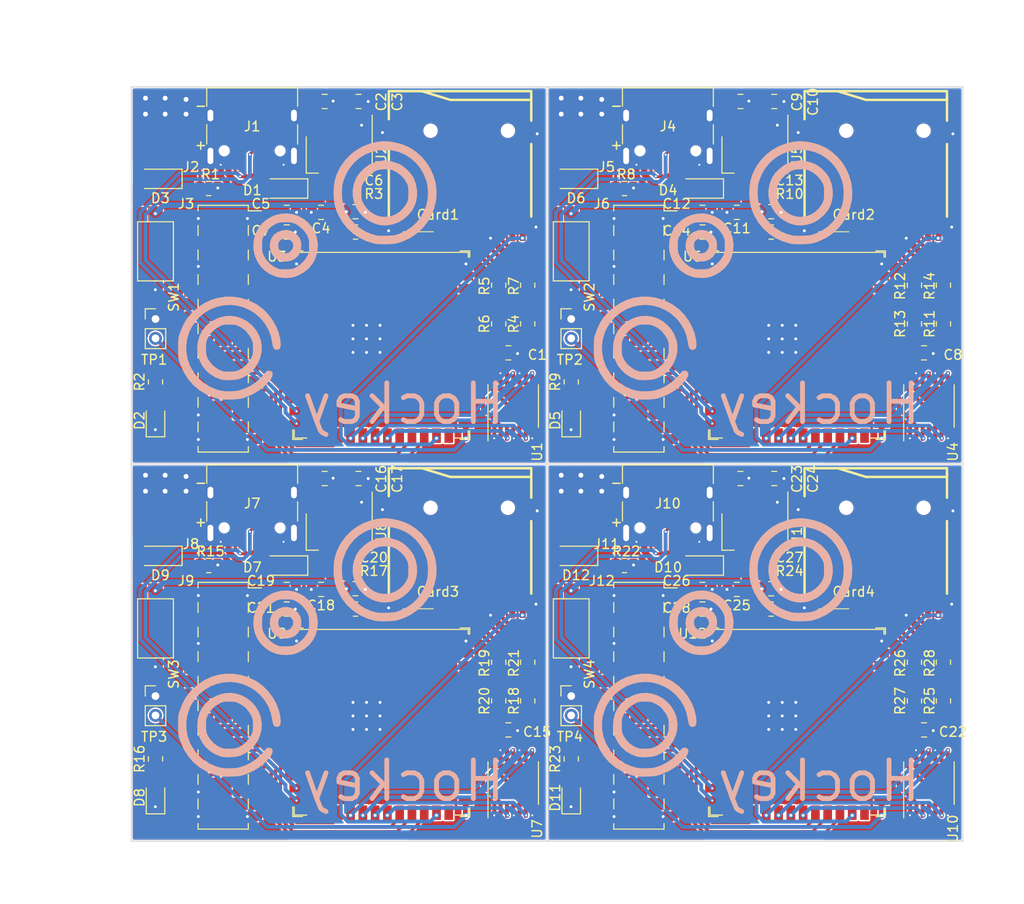
<source format=kicad_pcb>
(kicad_pcb (version 20211014) (generator pcbnew)
  (layers (0 "F.Cu" signal) (31 "B.Cu" signal) (34 "B.Paste" user) (35 "F.Paste" user) (36 "B.SilkS" user "B.Silkscreen") (37 "F.SilkS" user "F.Silkscreen") (38 "B.Mask" user) (39 "F.Mask" user) (44 "Edge.Cuts" user))
  (net 0 "")
  (net 1 "+3.3V")
  (net 2 "GND")
  (net 3 "+5V")
  (net 4 "Net-(C6-Pad2)")
  (net 6 "Net-(Card1-Pad2)")
  (net 7 "Net-(Card1-Pad3)")
  (net 8 "Net-(Card1-Pad5)")
  (net 9 "Net-(Card1-Pad7)")
  (net 11 "/CD")
  (net 12 "Net-(D1-Pad2)")
  (net 13 "Net-(D2-Pad2)")
  (net 14 "Net-(D3-Pad2)")
  (net 15 "Net-(J1-PadA5)")
  (net 16 "/D+")
  (net 17 "/D-")
  (net 20 "/R1")
  (net 21 "/G1")
  (net 22 "/B1")
  (net 23 "/R2")
  (net 24 "/G2")
  (net 25 "/B2")
  (net 26 "/E")
  (net 27 "/A")
  (net 28 "/B")
  (net 29 "/C")
  (net 30 "/D")
  (net 31 "/CLK")
  (net 32 "/LAT")
  (net 33 "/OE")
  (net 34 "Net-(R3-Pad2)")
  (net 35 "Net-(R4-Pad2)")
  (net 36 "Net-(R5-Pad2)")
  (net 37 "Net-(R6-Pad2)")
  (net 38 "Net-(R7-Pad2)")
  (net 39 "Net-(TP1-Pad2)")
  (net 40 "/MISO")
  (net 41 "/CS")
  (net 42 "/MOSI")
  (net 43 "/SCK")
  (footprint "Capacitor_SMD:C_0805_2012Metric" (layer "F.Cu") (at 174.572 69.469)
    (fp_text reference "C12")
    (fp_text value "1u")
  )
  (footprint "LED_SMD:LED_0805_2012Metric" (layer "F.Cu") (at 118 130 90)
    (fp_text reference "D8")
    (fp_text value "LED0805")
  )
  (footprint "Diode_SMD:D_SOD-123" (layer "F.Cu") (at 118.5 105 180)
    (fp_text reference "D9")
    (fp_text value "1N5819HW")
  )
  (footprint "Diode_SMD:D_SOD-123" (layer "F.Cu") (at 161.5 66 180)
    (fp_text reference "D6")
    (fp_text value "1N5819HW")
  )
  (footprint "SDCard:TF-SMD_TF-01A" (layer "F.Cu") (at 149.5 66.5 180)
    (fp_text reference "Card1")
    (fp_text value "TF-01A")
  )
  (footprint "Resistor_SMD:R_0805_2012Metric" (layer "F.Cu") (at 153.5 77 -90)
    (fp_text reference "R5")
    (fp_text value "3.3K")
  )
  (footprint "Button_Switch_SMD:SW_SPST_CK_RS282G05A3" (layer "F.Cu") (at 161 112.5 90)
    (fp_text reference "SW4")
    (fp_text value "SW_Push")
  )
  (footprint "Resistor_SMD:R_0805_2012Metric" (layer "F.Cu") (at 199.5 116 -90)
    (fp_text reference "R28")
    (fp_text value "3.3K")
  )
  (footprint "Espressif:ESP32-S3-WROOM-1U" (layer "F.Cu") (at 141.351 83.058)
    (fp_text reference "U3")
    (fp_text value "ESP32-S3-WROOM-1")
  )
  (footprint "Capacitor_SMD:C_0805_2012Metric" (layer "F.Cu") (at 174.572 108.469)
    (fp_text reference "C26")
    (fp_text value "1u")
  )
  (footprint "Connector_PinHeader_2.00mm:PinHeader_1x02_P2.00mm_Vertical" (layer "F.Cu") (at 118 80.5)
    (fp_text reference "TP1")
    (fp_text value "TestPoint_2Pole")
  )
  (footprint "1Comment:Battery" (layer "F.Cu") (at 162 101.5 90)
    (fp_text reference "J11")
    (fp_text value "Conn_01x02")
  )
  (footprint "Capacitor_SMD:C_0805_2012Metric" (layer "F.Cu") (at 131.572 69.469)
    (fp_text reference "C5")
    (fp_text value "1u")
  )
  (footprint "1Comment:Hockey" (layer "F.Cu") (at 132.715 75.311)
    (fp_text reference "G***" hide)
    (fp_text value "LOGO" hide)
  )
  (footprint "Connector_PinSocket_2.54mm:PinSocket_2x10_P2.54mm_Vertical_SMD" (layer "F.Cu") (at 168 81.5)
    (fp_text reference "J6")
    (fp_text value "Conn_01x20")
  )
  (footprint "Diode_SMD:D_SOD-123" (layer "F.Cu") (at 161.5 105 180)
    (fp_text reference "D12")
    (fp_text value "1N5819HW")
  )
  (footprint "1Comment:USB_C_Receptacle_HRO_TYPE-C-31-M-12" (layer "F.Cu") (at 171 99.5 180)
    (fp_text reference "J10")
    (fp_text value "USB_C_Receptacle_USB2.0")
  )
  (footprint "Resistor_SMD:R_0805_2012Metric" (layer "F.Cu") (at 181.684 71.501)
    (fp_text reference "R10")
    (fp_text value "1K")
  )
  (footprint "Capacitor_SMD:C_0805_2012Metric" (layer "F.Cu") (at 131.572 108.469)
    (fp_text reference "C19")
    (fp_text value "1u")
  )
  (footprint "1Comment:Battery" (layer "F.Cu") (at 162 62.5 90)
    (fp_text reference "J5")
    (fp_text value "Conn_01x02")
  )
  (footprint "Espressif:ESP32-S3-WROOM-1U" (layer "F.Cu") (at 184.351 83.058)
    (fp_text reference "U6")
    (fp_text value "ESP32-S3-WROOM-1")
  )
  (footprint "Package_SO:TSSOP-14_4.4x5mm_P0.65mm" (layer "F.Cu") (at 155 89.5 90)
    (fp_text reference "U1")
    (fp_text value "74LVC125")
  )
  (footprint "Capacitor_SMD:C_0805_2012Metric" (layer "F.Cu") (at 135.128 108.469 180)
    (fp_text reference "C18")
    (fp_text value "10u")
  )
  (footprint "Capacitor_SMD:C_0805_2012Metric" (layer "F.Cu") (at 139 58)
    (fp_text reference "C3")
    (fp_text value "1u")
  )
  (footprint "Resistor_SMD:R_0805_2012Metric" (layer "F.Cu") (at 199.5 120 -90)
    (fp_text reference "R25")
    (fp_text value "3.3K")
  )
  (footprint "Package_TO_SOT_SMD:SOT-223-3_TabPin2" (layer "F.Cu") (at 137 63.5 -90)
    (fp_text reference "U2")
    (fp_text value "AMS1117-3.3")
  )
  (footprint "SDCard:TF-SMD_TF-01A" (layer "F.Cu") (at 149.5 105.5 180)
    (fp_text reference "Card3")
    (fp_text value "TF-01A")
  )
  (footprint "Connector_PinHeader_2.00mm:PinHeader_1x02_P2.00mm_Vertical" (layer "F.Cu") (at 161 119.5)
    (fp_text reference "TP4")
    (fp_text value "TestPoint_2Pole")
  )
  (footprint "Capacitor_SMD:C_0805_2012Metric" (layer "F.Cu") (at 131.572 110.501)
    (fp_text reference "C21")
    (fp_text value "0.1u")
  )
  (footprint "Button_Switch_SMD:SW_SPST_CK_RS282G05A3" (layer "F.Cu") (at 161 73.5 90)
    (fp_text reference "SW2")
    (fp_text value "SW_Push")
  )
  (footprint "Resistor_SMD:R_0805_2012Metric" (layer "F.Cu") (at 166.5 67)
    (fp_text reference "R8")
    (fp_text value "5.1K")
  )
  (footprint "Resistor_SMD:R_0805_2012Metric" (layer "F.Cu") (at 196.5 116 -90)
    (fp_text reference "R26")
    (fp_text value "3.3K")
  )
  (footprint "Capacitor_SMD:C_0805_2012Metric" (layer "F.Cu") (at 174.572 71.501)
    (fp_text reference "C14")
    (fp_text value "0.1u")
  )
  (footprint "Resistor_SMD:R_0805_2012Metric" (layer "F.Cu") (at 156.5 77 -90)
    (fp_text reference "R7")
    (fp_text value "3.3K")
  )
  (footprint "Espressif:ESP32-S3-WROOM-1U" (layer "F.Cu") (at 141.351 122.058)
    (fp_text reference "U9")
    (fp_text value "ESP32-S3-WROOM-1")
  )
  (footprint "Resistor_SMD:R_0805_2012Metric" (layer "F.Cu") (at 196.5 120 -90)
    (fp_text reference "R27")
    (fp_text value "3.3K")
  )
  (footprint "Capacitor_SMD:C_0805_2012Metric" (layer "F.Cu") (at 154.5 84)
    (fp_text reference "C1")
    (fp_text value "0.1u")
  )
  (footprint "Capacitor_SMD:C_0805_2012Metric" (layer "F.Cu") (at 135.5 97)
    (fp_text reference "C16")
    (fp_text value "1u")
  )
  (footprint "Capacitor_SMD:C_0805_2012Metric" (layer "F.Cu") (at 135.128 69.469 180)
    (fp_text reference "C4")
    (fp_text value "10u")
  )
  (footprint "Button_Switch_SMD:SW_SPST_CK_RS282G05A3" (layer "F.Cu") (at 118 73.5 90)
    (fp_text reference "SW1")
    (fp_text value "SW_Push")
  )
  (footprint "Capacitor_SMD:C_0805_2012Metric" (layer "F.Cu") (at 178.5 97)
    (fp_text reference "C23")
    (fp_text value "1u")
  )
  (footprint "1Comment:Battery" (layer "F.Cu") (at 119 101.5 90)
    (fp_text reference "J8")
    (fp_text value "Conn_01x02")
  )
  (footprint "Capacitor_SMD:C_0805_2012Metric" (layer "F.Cu") (at 174.572 110.501)
    (fp_text reference "C28")
    (fp_text value "0.1u")
  )
  (footprint "Resistor_SMD:R_0805_2012Metric" (layer "F.Cu") (at 123.5 67)
    (fp_text reference "R1")
    (fp_text value "5.1K")
  )
  (footprint "LED_SMD:LED_0805_2012Metric" (layer "F.Cu") (at 161 91 90)
    (fp_text reference "D5")
    (fp_text value "LED0805")
  )
  (footprint "Connector_PinHeader_2.00mm:PinHeader_1x02_P2.00mm_Vertical" (layer "F.Cu") (at 118 119.5)
    (fp_text reference "TP3")
    (fp_text value "TestPoint_2Pole")
  )
  (footprint "Diode_SMD:D_SOD-123" (layer "F.Cu") (at 131.5 67 180)
    (fp_text reference "D1")
    (fp_text value "1N5819HW")
  )
  (footprint "1Comment:Hockey" (layer "F.Cu") (at 175.715 75.311)
    (fp_text reference "G***1" hide)
    (fp_text value "LOGO" hide)
  )
  (footprint "Package_TO_SOT_SMD:SOT-223-3_TabPin2" (layer "F.Cu") (at 137 102.5 -90)
    (fp_text reference "U8")
    (fp_text value "AMS1117-3.3")
  )
  (footprint "Capacitor_SMD:C_0805_2012Metric" (layer "F.Cu") (at 135.5 58)
    (fp_text reference "C2")
    (fp_text value "1u")
  )
  (footprint "Capacitor_SMD:C_0805_2012Metric" (layer "F.Cu") (at 131.572 71.501)
    (fp_text reference "C7")
    (fp_text value "0.1u")
  )
  (footprint "Button_Switch_SMD:SW_SPST_CK_RS282G05A3" (layer "F.Cu") (at 118 112.5 90)
    (fp_text reference "SW3")
    (fp_text value "SW_Push")
  )
  (footprint "1Comment:USB_C_Receptacle_HRO_TYPE-C-31-M-12" (layer "F.Cu") (at 128 60.5 180)
    (fp_text reference "J1")
    (fp_text value "USB_C_Receptacle_USB2.0")
  )
  (footprint "Capacitor_SMD:C_0805_2012Metric" (layer "F.Cu") (at 138.684 69.397 180)
    (fp_text reference "C6")
    (fp_text value "1u")
  )
  (footprint "Resistor_SMD:R_0805_2012Metric" (layer "F.Cu") (at 181.684 110.501)
    (fp_text reference "R24")
    (fp_text value "1K")
  )
  (footprint "Capacitor_SMD:C_0805_2012Metric" (layer "F.Cu") (at 181.684 108.397 180)
    (fp_text reference "C27")
    (fp_text value "1u")
  )
  (footprint "Resistor_SMD:R_0805_2012Metric" (layer "F.Cu") (at 199.5 77 -90)
    (fp_text reference "R14")
    (fp_text value "3.3K")
  )
  (footprint "Resistor_SMD:R_0805_2012Metric" (layer "F.Cu") (at 138.684 110.501)
    (fp_text reference "R17")
    (fp_text value "1K")
  )
  (footprint "Capacitor_SMD:C_0805_2012Metric" (layer "F.Cu") (at 138.684 108.397 180)
    (fp_text reference "C20")
    (fp_text value "1u")
  )
  (footprint "Connector_PinSocket_2.54mm:PinSocket_2x10_P2.54mm_Vertical_SMD" (layer "F.Cu") (at 125 120.5)
    (fp_text reference "J9")
    (fp_text value "Conn_01x20")
  )
  (footprint "Capacitor_SMD:C_0805_2012Metric" (layer "F.Cu") (at 178.5 58)
    (fp_text reference "C9")
    (fp_text value "1u")
  )
  (footprint "Capacitor_SMD:C_0805_2012Metric" (layer "F.Cu") (at 197.5 123)
    (fp_text reference "C22")
    (fp_text value "0.1u")
  )
  (footprint "Capacitor_SMD:C_0805_2012Metric" (layer "F.Cu") (at 182 58)
    (fp_text reference "C10")
    (fp_text value "1u")
  )
  (footprint "Resistor_SMD:R_0805_2012Metric" (layer "F.Cu") (at 161 87 90)
    (fp_text reference "R9")
    (fp_text value "1k")
  )
  (footprint "SDCard:TF-SMD_TF-01A" (layer "F.Cu") (at 192.5 105.5 180)
    (fp_text reference "Card4")
    (fp_text value "TF-01A")
  )
  (footprint "1Comment:Hockey" (layer "F.Cu") (at 132.715 114.311)
    (fp_text reference "G***2" hide)
    (fp_text value "LOGO" hide)
  )
  (footprint "Capacitor_SMD:C_0805_2012Metric" (layer "F.Cu") (at 178.128 69.469 180)
    (fp_text reference "C11")
    (fp_text value "10u")
  )
  (footprint "Capacitor_SMD:C_0805_2012Metric" (layer "F.Cu") (at 139 97)
    (fp_text reference "C17")
    (fp_text value "1u")
  )
  (footprint "Resistor_SMD:R_0805_2012Metric" (layer "F.Cu") (at 153.5 81 -90)
    (fp_text reference "R6")
    (fp_text value "3.3K")
  )
  (footprint "Package_SO:TSSOP-14_4.4x5mm_P0.65mm" (layer "F.Cu") (at 198 89.5 90)
    (fp_text reference "U4")
    (fp_text value "74LVC125")
  )
  (footprint "1Comment:Battery" (layer "F.Cu") (at 119 62.5 90)
    (fp_text reference "J2")
    (fp_text value "Conn_01x02")
  )
  (footprint "Capacitor_SMD:C_0805_2012Metric" (layer "F.Cu") (at 181.684 69.397 180)
    (fp_text reference "C13")
    (fp_text value "1u")
  )
  (footprint "1Comment:Hockey" (layer "F.Cu") (at 175.715 114.311)
    (fp_text reference "G***3" hide)
    (fp_text value "LOGO" hide)
  )
  (footprint "Resistor_SMD:R_0805_2012Metric" (layer "F.Cu") (at 196.5 77 -90)
    (fp_text reference "R12")
    (fp_text value "3.3K")
  )
  (footprint "Package_TO_SOT_SMD:SOT-223-3_TabPin2" (layer "F.Cu") (at 180 102.5 -90)
    (fp_text reference "U11")
    (fp_text value "AMS1117-3.3")
  )
  (footprint "Connector_PinSocket_2.54mm:PinSocket_2x10_P2.54mm_Vertical_SMD" (layer "F.Cu") (at 168 120.5)
    (fp_text reference "J12")
    (fp_text value "Conn_01x20")
  )
  (footprint "Resistor_SMD:R_0805_2012Metric" (layer "F.Cu") (at 196.5 81 -90)
    (fp_text reference "R13")
    (fp_text value "3.3K")
  )
  (footprint "Resistor_SMD:R_0805_2012Metric" (layer "F.Cu") (at 199.5 81 -90)
    (fp_text reference "R11")
    (fp_text value "3.3K")
  )
  (footprint "Connector_PinSocket_2.54mm:PinSocket_2x10_P2.54mm_Vertical_SMD" (layer "F.Cu") (at 125 81.5)
    (fp_text reference "J3")
    (fp_text value "Conn_01x20")
  )
  (footprint "Resistor_SMD:R_0805_2012Metric" (layer "F.Cu") (at 153.5 120 -90)
    (fp_text reference "R20")
    (fp_text value "3.3K")
  )
  (footprint "Resistor_SMD:R_0805_2012Metric" (layer "F.Cu") (at 118 87 90)
    (fp_text reference "R2")
    (fp_text value "1k")
  )
  (footprint "Resistor_SMD:R_0805_2012Metric" (layer "F.Cu") (at 118 126 90)
    (fp_text reference "R16")
    (fp_text value "1k")
  )
  (footprint "Diode_SMD:D_SOD-123" (layer "F.Cu") (at 174.5 106 180)
    (fp_text reference "D10")
    (fp_text value "1N5819HW")
  )
  (footprint "SDCard:TF-SMD_TF-01A" (layer "F.Cu") (at 192.5 66.5 180)
    (fp_text reference "Card2")
    (fp_text value "TF-01A")
  )
  (footprint "Resistor_SMD:R_0805_2012Metric" (layer "F.Cu") (at 156.5 81 -90)
    (fp_text reference "R4")
    (fp_text value "3.3K")
  )
  (footprint "Resistor_SMD:R_0805_2012Metric" (layer "F.Cu") (at 123.5 106)
    (fp_text reference "R15")
    (fp_text value "5.1K")
  )
  (footprint "Resistor_SMD:R_0805_2012Metric" (layer "F.Cu") (at 153.5 116 -90)
    (fp_text reference "R19")
    (fp_text value "3.3K")
  )
  (footprint "Capacitor_SMD:C_0805_2012Metric" (layer "F.Cu") (at 154.5 123)
    (fp_text reference "C15")
    (fp_text value "0.1u")
  )
  (footprint "Connector_PinHeader_2.00mm:PinHeader_1x02_P2.00mm_Vertical" (layer "F.Cu") (at 161 80.5)
    (fp_text reference "TP2")
    (fp_text value "TestPoint_2Pole")
  )
  (footprint "Diode_SMD:D_SOD-123" (layer "F.Cu") (at 174.5 67 180)
    (fp_text reference "D4")
    (fp_text value "1N5819HW")
  )
  (footprint "Espressif:ESP32-S3-WROOM-1U" (layer "F.Cu") (at 184.351 122.058)
    (fp_text reference "U12")
    (fp_text value "ESP32-S3-WROOM-1")
  )
  (footprint "Resistor_SMD:R_0805_2012Metric" (layer "F.Cu") (at 156.5 116 -90)
    (fp_text reference "R21")
    (fp_text value "3.3K")
  )
  (footprint "Capacitor_SMD:C_0805_2012Metric" (layer "F.Cu") (at 197.5 84)
    (fp_text reference "C8")
    (fp_text value "0.1u")
  )
  (footprint "Resistor_SMD:R_0805_2012Metric" (layer "F.Cu") (at 138.684 71.501)
    (fp_text reference "R3")
    (fp_text value "1K")
  )
  (footprint "1Comment:USB_C_Receptacle_HRO_TYPE-C-31-M-12" (layer "F.Cu") (at 171 60.5 180)
    (fp_text reference "J4")
    (fp_text value "USB_C_Receptacle_USB2.0")
  )
  (footprint "Resistor_SMD:R_0805_2012Metric" (layer "F.Cu") (at 161 126 90)
    (fp_text reference "R23")
    (fp_text value "1k")
  )
  (footprint "Diode_SMD:D_SOD-123" (layer "F.Cu") (at 118.5 66 180)
    (fp_text reference "D3")
    (fp_text value "1N5819HW")
  )
  (footprint "Capacitor_SMD:C_0805_2012Metric" (layer "F.Cu") (at 178.128 108.469 180)
    (fp_text reference "C25")
    (fp_text value "10u")
  )
  (footprint "LED_SMD:LED_0805_2012Metric" (layer "F.Cu") (at 161 130 90)
    (fp_text reference "D11")
    (fp_text value "LED0805")
  )
  (footprint "Capacitor_SMD:C_0805_2012Metric" (layer "F.Cu") (at 182 97)
    (fp_text reference "C24")
    (fp_text value "1u")
  )
  (footprint "Resistor_SMD:R_0805_2012Metric" (layer "F.Cu") (at 156.5 120 -90)
    (fp_text reference "R18")
    (fp_text value "3.3K")
  )
  (footprint "Resistor_SMD:R_0805_2012Metric" (layer "F.Cu") (at 166.5 106)
    (fp_text reference "R22")
    (fp_text value "5.1K")
  )
  (footprint "1Comment:USB_C_Receptacle_HRO_TYPE-C-31-M-12" (layer "F.Cu") (at 128 99.5 180)
    (fp_text reference "J7")
    (fp_text value "USB_C_Receptacle_USB2.0")
  )
  (footprint "Package_SO:TSSOP-14_4.4x5mm_P0.65mm" (layer "F.Cu") (at 155 128.5 90)
    (fp_text reference "U7")
    (fp_text value "74LVC125")
  )
  (footprint "Package_SO:TSSOP-14_4.4x5mm_P0.65mm" (layer "F.Cu") (at 198 128.5 90)
    (fp_text reference "U10")
    (fp_text value "74LVC125")
  )
  (footprint "LED_SMD:LED_0805_2012Metric" (layer "F.Cu") (at 118 91 90)
    (fp_text reference "D2")
    (fp_text value "LED0805")
  )
  (footprint "Diode_SMD:D_SOD-123" (layer "F.Cu") (at 131.5 106 180)
    (fp_text reference "D7")
    (fp_text value "1N5819HW")
  )
  (footprint "Package_TO_SOT_SMD:SOT-223-3_TabPin2" (layer "F.Cu") (at 180 63.5 -90)
    (fp_text reference "U5")
    (fp_text value "AMS1117-3.3")
  )
  (gr_line (start 201.5 134.5) (end 201.5 95.5) (layer "Edge.Cuts") (width 0.1))
  (gr_line (start 158.5 95.5) (end 201.5 95.5) (layer "Edge.Cuts") (width 0.1))
  (gr_line (start 115.5 56.5) (end 115.5 95.5) (layer "Edge.Cuts") (width 0.1))
  (gr_line (start 158.5 95.5) (end 158.5 134.5) (layer "Edge.Cuts") (width 0.1))
  (gr_line (start 115.5 95.5) (end 158.5 95.5) (layer "Edge.Cuts") (width 0.1))
  (gr_line (start 158.5 95.5) (end 158.5 56.5) (layer "Edge.Cuts") (width 0.1))
  (gr_line (start 115.5 95.5) (end 115.5 134.5) (layer "Edge.Cuts") (width 0.1))
  (gr_line (start 158.5 134.5) (end 158.5 95.5) (layer "Edge.Cuts") (width 0.1))
  (gr_line (start 201.5 95.5) (end 201.5 56.5) (layer "Edge.Cuts") (width 0.1))
  (gr_line (start 158.5 56.5) (end 201.5 56.5) (layer "Edge.Cuts") (width 0.1))
  (gr_line (start 158.5 95.5) (end 201.5 95.5) (layer "Edge.Cuts") (width 0.1))
  (gr_line (start 115.5 56.5) (end 158.5 56.5) (layer "Edge.Cuts") (width 0.1))
  (gr_line (start 115.5 134.5) (end 158.5 134.5) (layer "Edge.Cuts") (width 0.1))
  (gr_line (start 158.5 134.5) (end 201.5 134.5) (layer "Edge.Cuts") (width 0.1))
  (gr_line (start 115.5 95.5) (end 158.5 95.5) (layer "Edge.Cuts") (width 0.1))
  (gr_line (start 158.5 56.5) (end 158.5 95.5) (layer "Edge.Cuts") (width 0.1))
  (gr_text "Hockey" (at 186.637 128.281) (layer "B.SilkS") (effects (font (size 4 4) (thickness 0.5)) (justify mirror)))
  (gr_text "Hockey" (at 186.637 89.281) (layer "B.SilkS") (effects (font (size 4 4) (thickness 0.5)) (justify mirror)))
  (gr_text "Hockey" (at 143.637 128.281) (layer "B.SilkS") (effects (font (size 4 4) (thickness 0.5)) (justify mirror)))
  (gr_text "Hockey" (at 143.637 89.281) (layer "B.SilkS") (effects (font (size 4 4) (thickness 0.5)) (justify mirror)))
  (gr_text "+" (at 165.682 101.484) (layer "F.SilkS") (effects (font (size 1 1))))
  (gr_text "+" (at 122.682 62.484) (layer "F.SilkS") (effects (font (size 1 1))))
  (gr_text "-" (at 122.682 58.42) (layer "F.SilkS") (effects (font (size 1 1))))
  (gr_text "-" (at 165.682 58.42) (layer "F.SilkS") (effects (font (size 1 1))))
  (gr_text "+" (at 165.682 62.484) (layer "F.SilkS") (effects (font (size 1 1))))
  (gr_text "-" (at 122.682 97.42) (layer "F.SilkS") (effects (font (size 1 1))))
  (gr_text "+" (at 122.682 101.484) (layer "F.SilkS") (effects (font (size 1 1))))
  (gr_text "-" (at 165.682 97.42) (layer "F.SilkS") (effects (font (size 1 1))))
  (via (at 141.227 81.153) (size 0.6) (drill 0.3) (layers "F.Cu" "B.Cu") (net 2))
  (via (at 124.75 64.545) (size 0.4) (drill 0.2) (layers "F.Cu" "B.Cu") (net 2))
  (via (at 155.448 84.074) (size 0.6) (drill 0.3) (layers "F.Cu" "B.Cu") (net 2))
  (via (at 124.445 105.944) (size 0.6) (drill 0.3) (layers "F.Cu" "B.Cu") (net 2))
  (via (at 164.158 98.309) (size 1) (drill 0.5) (layers "F.Cu" "B.Cu") (net 2))
  (via (at 182.827 82.553) (size 0.6) (drill 0.3) (layers "F.Cu" "B.Cu") (net 2))
  (via (at 152.654 72.136) (size 0.6) (drill 0.3) (layers "F.Cu" "B.Cu") (net 2))
  (via (at 159.967 57.658) (size 1) (drill 0.5) (layers "F.Cu" "B.Cu") (net 2))
  (via (at 165.428 131.964) (size 0.6) (drill 0.3) (layers "F.Cu" "B.Cu") (net 2))
  (via (at 177.112 108.469) (size 0.6) (drill 0.3) (layers "F.Cu" "B.Cu") (net 2))
  (via (at 116.967 57.658) (size 1) (drill 0.5) (layers "F.Cu" "B.Cu") (net 2))
  (via (at 164.158 57.785) (size 1) (drill 0.5) (layers "F.Cu" "B.Cu") (net 2))
  (via (at 132.588 74.803) (size 0.6) (drill 0.3) (layers "F.Cu" "B.Cu") (net 2))
  (via (at 141.478 61.214) (size 0.6) (drill 0.3) (layers "F.Cu" "B.Cu") (net 2))
  (via (at 140 97) (size 0.6) (drill 0.3) (layers "F.Cu" "B.Cu") (net 2))
  (via (at 181.427 122.953) (size 0.6) (drill 0.3) (layers "F.Cu" "B.Cu") (net 2))
  (via (at 155.65 125.106) (size 0.4) (drill 0.2) (layers "F.Cu" "B.Cu") (net 2))
  (via (at 117.983 116.47) (size 0.6) (drill 0.3) (layers "F.Cu" "B.Cu") (net 2))
  (via (at 183 58) (size 0.6) (drill 0.3) (layers "F.Cu" "B.Cu") (net 2))
  (via (at 170.508 92.964) (size 0.6) (drill 0.3) (layers "F.Cu" "B.Cu") (net 2))
  (via (at 122.428 92.964) (size 0.6) (drill 0.3) (layers "F.Cu" "B.Cu") (net 2))
  (via (at 195.654 72.136) (size 0.6) (drill 0.3) (layers "F.Cu" "B.Cu") (net 2))
  (via (at 179.374 96.961) (size 0.6) (drill 0.3) (layers "F.Cu" "B.Cu") (net 2))
  (via (at 138.427 82.553) (size 0.6) (drill 0.3) (layers "F.Cu" "B.Cu") (net 2))
  (via (at 127.508 70.104) (size 0.6) (drill 0.3) (layers "F.Cu" "B.Cu") (net 2))
  (via (at 174.25 64.545) (size 0.4) (drill 0.2) (layers "F.Cu" "B.Cu") (net 2))
  (via (at 124.445 66.944) (size 0.6) (drill 0.3) (layers "F.Cu" "B.Cu") (net 2))
  (via (at 134.112 108.469) (size 0.6) (drill 0.3) (layers "F.Cu" "B.Cu") (net 2))
  (via (at 118.999 98.309) (size 1) (drill 0.5) (layers "F.Cu" "B.Cu") (net 2))
  (via (at 139.827 121.553) (size 0.6) (drill 0.3) (layers "F.Cu" "B.Cu") (net 2))
  (via (at 160.983 91.948) (size 0.6) (drill 0.3) (layers "F.Cu" "B.Cu") (net 2))
  (via (at 141.227 82.553) (size 0.6) (drill 0.3) (layers "F.Cu" "B.Cu") (net 2))
  (via (at 141.227 121.553) (size 0.6) (drill 0.3) (layers "F.Cu" "B.Cu") (net 2))
  (via (at 193.114 113.803) (size 0.6) (drill 0.3) (layers "F.Cu" "B.Cu") (net 2))
  (via (at 138.427 81.153) (size 0.6) (drill 0.3) (layers "F.Cu" "B.Cu") (net 2))
  (via (at 150.114 74.803) (size 0.6) (drill 0.3) (layers "F.Cu" "B.Cu") (net 2))
  (via (at 175.588 108.469) (size 0.6) (drill 0.3) (layers "F.Cu" "B.Cu") (net 2))
  (via (at 132.588 108.469) (size 0.6) (drill 0.3) (layers "F.Cu" "B.Cu") (net 2))
  (via (at 153.67 125.106) (size 0.4) (drill 0.2) (layers "F.Cu" "B.Cu") (net 2))
  (via (at 159.967 96.658) (size 1) (drill 0.5) (layers "F.Cu" "B.Cu") (net 2))
  (via (at 138.427 121.553) (size 0.6) (drill 0.3) (layers "F.Cu" "B.Cu") (net 2))
  (via (at 161.999 96.658) (size 1) (drill 0.5) (layers "F.Cu" "B.Cu") (net 2))
  (via (at 184.227 83.953) (size 0.6) (drill 0.3) (layers "F.Cu" "B.Cu") (net 2))
  (via (at 175.461 71.501) (size 0.6) (drill 0.3) (layers "F.Cu" "B.Cu") (net 2))
  (via (at 198.448 123.074) (size 0.6) (drill 0.3) (layers "F.Cu" "B.Cu") (net 2))
  (via (at 160.983 77.47) (size 0.6) (drill 0.3) (layers "F.Cu" "B.Cu") (net 2))
  (via (at 182.827 122.953) (size 0.6) (drill 0.3) (layers "F.Cu" "B.Cu") (net 2))
  (via (at 155.448 123.074) (size 0.6) (drill 0.3) (layers "F.Cu" "B.Cu") (net 2))
  (via (at 184.478 100.214) (size 0.6) (drill 0.3) (layers "F.Cu" "B.Cu") (net 2))
  (via (at 127.508 109.104) (size 0.6) (drill 0.3) (layers "F.Cu" "B.Cu") (net 2))
  (via (at 122.428 131.964) (size 0.6) (drill 0.3) (layers "F.Cu" "B.Cu") (net 2))
  (via (at 184.227 81.153) (size 0.6) (drill 0.3) (layers "F.Cu" "B.Cu") (net 2))
  (via (at 170.508 70.104) (size 0.6) (drill 0.3) (layers "F.Cu" "B.Cu") (net 2))
  (via (at 121.158 59.309) (size 1) (drill 0.5) (layers "F.Cu" "B.Cu") (net 2))
  (via (at 139.319 99.452) (size 0.6) (drill 0.3) (layers "F.Cu" "B.Cu") (net 2))
  (via (at 165.428 90.424) (size 0.6) (drill 0.3) (layers "F.Cu" "B.Cu") (net 2))
  (via (at 182.827 83.953) (size 0.6) (drill 0.3) (layers "F.Cu" "B.Cu") (net 2))
  (via (at 167.445 66.944) (size 0.6) (drill 0.3) (layers "F.Cu" "B.Cu") (net 2))
  (via (at 167.445 105.944) (size 0.6) (drill 0.3) (layers "F.Cu" "B.Cu") (net 2))
  (via (at 156.972 92.837) (size 0.4) (drill 0.2) (layers "F.Cu" "B.Cu") (net 2))
  (via (at 196.67 125.106) (size 0.4) (drill 0.2) (layers "F.Cu" "B.Cu") (net 2))
  (via (at 138.427 83.953) (size 0.6) (drill 0.3) (layers "F.Cu" "B.Cu") (net 2))
  (via (at 118.999 96.658) (size 1) (drill 0.5) (layers "F.Cu" "B.Cu") (net 2))
  (via (at 165.428 75.057) (size 0.6) (drill 0.3) (layers "F.Cu" "B.Cu") (net 2))
  (via (at 199.972 92.837) (size 0.4) (drill 0.2) (layers "F.Cu" "B.Cu") (net 2))
  (via (at 185.113 110.374) (size 0.6) (drill 0.3) (layers "F.Cu" "B.Cu") (net 2))
  (via (at 152.654 111.136) (size 0.6) (drill 0.3) (layers "F.Cu" "B.Cu") (net 2))
  (via (at 165.428 109.104) (size 0.6) (drill 0.3) (layers "F.Cu" "B.Cu") (net 2))
  (via (at 175.588 69.469) (size 0.6) (drill 0.3) (layers "F.Cu" "B.Cu") (net 2))
  (via (at 122.428 90.424) (size 0.6) (drill 0.3) (layers "F.Cu" "B.Cu") (net 2))
  (via (at 160.983 130.948) (size 0.6) (drill 0.3) (layers "F.Cu" "B.Cu") (net 2))
  (via (at 140 58) (size 0.6) (drill 0.3) (layers "F.Cu" "B.Cu") (net 2))
  (via (at 161.999 98.309) (size 1) (drill 0.5) (layers "F.Cu" "B.Cu") (net 2))
  (via (at 118.999 59.309) (size 1) (drill 0.5) (layers "F.Cu" "B.Cu") (net 2))
  (via (at 182.319 60.452) (size 0.6) (drill 0.3) (layers "F.Cu" "B.Cu") (net 2))
  (via (at 157.48 100.341) (size 0.6) (drill 0.3) (layers "F.Cu" "B.Cu") (net 2))
  (via (at 116.967 96.658) (size 1) (drill 0.5) (layers "F.Cu" "B.Cu") (net 2))
  (via (at 141.227 83.953) (size 0.6) (drill 0.3) (layers "F.Cu" "B.Cu") (net 2))
  (via (at 199.972 131.837) (size 0.4) (drill 0.2) (layers "F.Cu" "B.Cu") (net 2))
  (via (at 157.353 109.993) (size 0.6) (drill 0.3) (layers "F.Cu" "B.Cu") (net 2))
  (via (at 117.983 130.948) (size 0.6) (drill 0.3) (layers "F.Cu" "B.Cu") (net 2))
  (via (at 132.588 69.469) (size 0.6) (drill 0.3) (layers "F.Cu" "B.Cu") (net 2))
  (via (at 198.067 131.837) (size 0.4) (drill 0.2) (layers "F.Cu" "B.Cu") (net 2))
  (via (at 121.158 98.309) (size 1) (drill 0.5) (layers "F.Cu" "B.Cu") (net 2))
  (via (at 131.25 103.545) (size 0.4) (drill 0.2) (layers "F.Cu" "B.Cu") (net 2))
  (via (at 157.48 61.341) (size 0.6) (drill 0.3) (layers "F.Cu" "B.Cu") (net 2))
  (via (at 196.035 131.837) (size 0.4) (drill 0.2) (layers "F.Cu" "B.Cu") (net 2))
  (via (at 122.428 114.057) (size 0.6) (drill 0.3) (layers "F.Cu" "B.Cu") (net 2))
  (via (at 200.48 61.341) (size 0.6) (drill 0.3) (layers "F.Cu" "B.Cu") (net 2))
  (via (at 132.461 71.501) (size 0.6) (drill 0.3) (layers "F.Cu" "B.Cu") (net 2))
  (via (at 200.48 100.341) (size 0.6) (drill 0.3) (layers "F.Cu" "B.Cu") (net 2))
  (via (at 159.967 98.309) (size 1) (drill 0.5) (layers "F.Cu" "B.Cu") (net 2))
  (via (at 165.428 92.964) (size 0.6) (drill 0.3) (layers "F.Cu" "B.Cu") (net 2))
  (via (at 117.983 91.948) (size 0.6) (drill 0.3) (layers "F.Cu" "B.Cu") (net 2))
  (via (at 159.967 59.309) (size 1) (drill 0.5) (layers "F.Cu" "B.Cu") (net 2))
  (via (at 200.353 109.993) (size 0.6) (drill 0.3) (layers "F.Cu" "B.Cu") (net 2))
  (via (at 121.158 96.785) (size 1) (drill 0.5) (layers "F.Cu" "B.Cu") (net 2))
  (via (at 150.114 113.803) (size 0.6) (drill 0.3) (layers "F.Cu" "B.Cu") (net 2))
  (via (at 198.067 92.837) (size 0.4) (drill 0.2) (layers "F.Cu" "B.Cu") (net 2))
  (via (at 153.67 86.106) (size 0.4) (drill 0.2) (layers "F.Cu" "B.Cu") (net 2))
  (via (at 182.319 99.452) (size 0.6) (drill 0.3) (layers "F.Cu" "B.Cu") (net 2))
  (via (at 139.7 69.469) (size 0.6) (drill 0.3) (layers "F.Cu" "B.Cu") (net 2))
  (via (at 138.427 122.953) (size 0.6) (drill 0.3) (layers "F.Cu" "B.Cu") (net 2))
  (via (at 175.588 74.803) (size 0.6) (drill 0.3) (layers "F.Cu" "B.Cu") (net 2))
  (via (at 175.588 113.803) (size 0.6) (drill 0.3) (layers "F.Cu" "B.Cu") (net 2))
  (via (at 139.319 60.452) (size 0.6) (drill 0.3) (layers "F.Cu" "B.Cu") (net 2))
  (via (at 196.67 86.106) (size 0.4) (drill 0.2) (layers "F.Cu" "B.Cu") (net 2))
  (via (at 153.035 92.837) (size 0.4) (drill 0.2) (layers "F.Cu" "B.Cu") (net 2))
  (via (at 142.113 110.374) (size 0.6) (drill 0.3) (layers "F.Cu" "B.Cu") (net 2))
  (via (at 156.972 131.837) (size 0.4) (drill 0.2) (layers "F.Cu" "B.Cu") (net 2))
  (via (at 198.65 86.106) (size 0.4) (drill 0.2) (layers "F.Cu" "B.Cu") (net 2))
  (via (at 116.967 98.309) (size 1) (drill 0.5) (layers "F.Cu" "B.Cu") (net 2))
  (via (at 165.428 129.424) (size 0.6) (drill 0.3) (layers "F.Cu" "B.Cu") (net 2))
  (via (at 175.461 110.501) (size 0.6) (drill 0.3) (layers "F.Cu" "B.Cu") (net 2))
  (via (at 182.7 108.469) (size 0.6) (drill 0.3) (layers "F.Cu" "B.Cu") (net 2))
  (via (at 122.428 75.057) (size 0.6) (drill 0.3) (layers "F.Cu" "B.Cu") (net 2))
  (via (at 138.427 120.153) (size 0.6) (drill 0.3) (layers "F.Cu" "B.Cu") (net 2))
  (via (at 127.508 131.964) (size 0.6) (drill 0.3) (layers "F.Cu" "B.Cu") (net 2))
  (via (at 182.827 120.153) (size 0.6) (drill 0.3) (layers "F.Cu" "B.Cu") (net 2))
  (via (at 139.827 81.153) (size 0.6) (drill 0.3) (layers "F.Cu" "B.Cu") (net 2))
  (via (at 181.427 81.153) (size 0.6) (drill 0.3) (layers "F.Cu" "B.Cu") (net 2))
  (via (at 184.478 61.214) (size 0.6) (drill 0.3) (layers "F.Cu" "B.Cu") (net 2))
  (via (at 157.353 70.993) (size 0.6) (drill 0.3) (layers "F.Cu" "B.Cu") (net 2))
  (via (at 198.448 84.074) (size 0.6) (drill 0.3) (layers "F.Cu" "B.Cu") (net 2))
  (via (at 132.588 113.803) (size 0.6) (drill 0.3) (layers "F.Cu" "B.Cu") (net 2))
  (via (at 185.113 71.374) (size 0.6) (drill 0.3) (layers "F.Cu" "B.Cu") (net 2))
  (via (at 182.7 69.469) (size 0.6) (drill 0.3) (layers "F.Cu" "B.Cu") (net 2))
  (via (at 116.967 59.309) (size 1) (drill 0.5) (layers "F.Cu" "B.Cu") (net 2))
  (via (at 174.25 103.545) (size 0.4) (drill 0.2) (layers "F.Cu" "B.Cu") (net 2))
  (via (at 193.114 74.803) (size 0.6) (drill 0.3) (layers "F.Cu" "B.Cu") (net 2))
  (via (at 160.983 116.47) (size 0.6) (drill 0.3) (layers "F.Cu" "B.Cu") (net 2))
  (via (at 142.113 71.374) (size 0.6) (drill 0.3) (layers "F.Cu" "B.Cu") (net 2))
  (via (at 181.427 82.553) (size 0.6) (drill 0.3) (layers "F.Cu" "B.Cu") (net 2))
  (via (at 167.75 64.545) (size 0.4) (drill 0.2) (layers "F.Cu" "B.Cu") (net 2))
  (via (at 184.227 120.153) (size 0.6) (drill 0.3) (layers "F.Cu" "B.Cu") (net 2))
  (via (at 164.158 59.309) (size 1) (drill 0.5) (layers "F.Cu" "B.Cu") (net 2))
  (via (at 183 97) (size 0.6) (drill 0.3) (layers "F.Cu" "B.Cu") (net 2))
  (via (at 179.374 57.961) (size 0.6) (drill 0.3) (layers "F.Cu" "B.Cu") (net 2))
  (via (at 141.227 120.153) (size 0.6) (drill 0.3) (layers "F.Cu" "B.Cu") (net 2))
  (via (at 124.75 103.545) (size 0.4) (drill 0.2) (layers "F.Cu" "B.Cu") (net 2))
  (via (at 139.827 83.953) (size 0.6) (drill 0.3) (layers "F.Cu" "B.Cu") (net 2))
  (via (at 182.827 121.553) (size 0.6) (drill 0.3) (layers "F.Cu" "B.Cu") (net 2))
  (via (at 181.427 120.153) (size 0.6) (drill 0.3) (layers "F.Cu" "B.Cu") (net 2))
  (via (at 139.7 108.469) (size 0.6) (drill 0.3) (layers "F.Cu" "B.Cu") (net 2))
  (via (at 122.428 70.104) (size 0.6) (drill 0.3) (layers "F.Cu" "B.Cu") (net 2))
  (via (at 153.035 131.837) (size 0.4) (drill 0.2) (layers "F.Cu" "B.Cu") (net 2))
  (via (at 139.827 122.953) (size 0.6) (drill 0.3) (layers "F.Cu" "B.Cu") (net 2))
  (via (at 167.75 103.545) (size 0.4) (drill 0.2) (layers "F.Cu" "B.Cu") (net 2))
  (via (at 164.158 96.785) (size 1) (drill 0.5) (layers "F.Cu" "B.Cu") (net 2))
  (via (at 121.158 57.785) (size 1) (drill 0.5) (layers "F.Cu" "B.Cu") (net 2))
  (via (at 122.428 129.424) (size 0.6) (drill 0.3) (layers "F.Cu" "B.Cu") (net 2))
  (via (at 139.827 120.153) (size 0.6) (drill 0.3) (layers "F.Cu" "B.Cu") (net 2))
  (via (at 118.999 57.658) (size 1) (drill 0.5) (layers "F.Cu" "B.Cu") (net 2))
  (via (at 161.999 59.309) (size 1) (drill 0.5) (layers "F.Cu" "B.Cu") (net 2))
  (via (at 136.374 96.961) (size 0.6) (drill 0.3) (layers "F.Cu" "B.Cu") (net 2))
  (via (at 139.827 82.553) (size 0.6) (drill 0.3) (layers "F.Cu" "B.Cu") (net 2))
  (via (at 165.428 70.104) (size 0.6) (drill 0.3) (layers "F.Cu" "B.Cu") (net 2))
  (via (at 184.227 122.953) (size 0.6) (drill 0.3) (layers "F.Cu" "B.Cu") (net 2))
  (via (at 195.654 111.136) (size 0.6) (drill 0.3) (layers "F.Cu" "B.Cu") (net 2))
  (via (at 181.427 121.553) (size 0.6) (drill 0.3) (layers "F.Cu" "B.Cu") (net 2))
  (via (at 198.65 125.106) (size 0.4) (drill 0.2) (layers "F.Cu" "B.Cu") (net 2))
  (via (at 196.035 92.837) (size 0.4) (drill 0.2) (layers "F.Cu" "B.Cu") (net 2))
  (via (at 181.427 83.953) (size 0.6) (drill 0.3) (layers "F.Cu" "B.Cu") (net 2))
  (via (at 141.227 122.953) (size 0.6) (drill 0.3) (layers "F.Cu" "B.Cu") (net 2))
  (via (at 122.428 109.104) (size 0.6) (drill 0.3) (layers "F.Cu" "B.Cu") (net 2))
  (via (at 117.983 77.47) (size 0.6) (drill 0.3) (layers "F.Cu" "B.Cu") (net 2))
  (via (at 134.112 69.469) (size 0.6) (drill 0.3) (layers "F.Cu" "B.Cu") (net 2))
  (via (at 132.461 110.501) (size 0.6) (drill 0.3) (layers "F.Cu" "B.Cu") (net 2))
  (via (at 177.112 69.469) (size 0.6) (drill 0.3) (layers "F.Cu" "B.Cu") (net 2))
  (via (at 184.227 82.553) (size 0.6) (drill 0.3) (layers "F.Cu" "B.Cu") (net 2))
  (via (at 161.999 57.658) (size 1) (drill 0.5) (layers "F.Cu" "B.Cu") (net 2))
  (via (at 155.067 92.837) (size 0.4) (drill 0.2) (layers "F.Cu" "B.Cu") (net 2))
  (via (at 155.067 131.837) (size 0.4) (drill 0.2) (layers "F.Cu" "B.Cu") (net 2))
  (via (at 184.227 121.553) (size 0.6) (drill 0.3) (layers "F.Cu" "B.Cu") (net 2))
  (via (at 170.508 131.964) (size 0.6) (drill 0.3) (layers "F.Cu" "B.Cu") (net 2))
  (via (at 131.25 64.545) (size 0.4) (drill 0.2) (layers "F.Cu" "B.Cu") (net 2))
  (via (at 182.827 81.153) (size 0.6) (drill 0.3) (layers "F.Cu" "B.Cu") (net 2))
  (via (at 155.65 86.106) (size 0.4) (drill 0.2) (layers "F.Cu" "B.Cu") (net 2))
  (via (at 200.353 70.993) (size 0.6) (drill 0.3) (layers "F.Cu" "B.Cu") (net 2))
  (via (at 127.508 92.964) (size 0.6) (drill 0.3) (layers "F.Cu" "B.Cu") (net 2))
  (via (at 141.478 100.214) (size 0.6) (drill 0.3) (layers "F.Cu" "B.Cu") (net 2))
  (via (at 170.508 109.104) (size 0.6) (drill 0.3) (layers "F.Cu" "B.Cu") (net 2))
  (via (at 136.374 57.961) (size 0.6) (drill 0.3) (layers "F.Cu" "B.Cu") (net 2))
  (via (at 165.428 114.057) (size 0.6) (drill 0.3) (layers "F.Cu" "B.Cu") (net 2))
  (segment (start 180.7715 71.501) (end 180.7715 69.4345) (width 0.6) (layer "F.Cu") (net 4))
  (segment (start 137.737 108.4) (end 137.734 108.397) (width 0.6) (layer "F.Cu") (net 4))
  (segment (start 137.7715 108.4345) (end 137.737 108.4) (width 0.6) (layer "F.Cu") (net 4))
  (segment (start 180.737 69.4) (end 180.734 69.397) (width 0.6) (layer "F.Cu") (net 4))
  (segment (start 137.7715 110.501) (end 137.7715 108.4345) (width 0.6) (layer "F.Cu") (net 4))
  (segment (start 180.7715 69.4345) (end 180.737 69.4) (width 0.6) (layer "F.Cu") (net 4))
  (segment (start 180.7715 110.501) (end 180.7715 108.4345) (width 0.6) (layer "F.Cu") (net 4))
  (segment (start 180.7715 108.4345) (end 180.737 108.4) (width 0.6) (layer "F.Cu") (net 4))
  (segment (start 180.737 108.4) (end 180.734 108.397) (width 0.6) (layer "F.Cu") (net 4))
  (segment (start 137.7715 71.501) (end 137.7715 69.4345) (width 0.6) (layer "F.Cu") (net 4))
  (segment (start 137.737 69.4) (end 137.734 69.397) (width 0.6) (layer "F.Cu") (net 4))
  (segment (start 137.7715 69.4345) (end 137.737 69.4) (width 0.6) (layer "F.Cu") (net 4))
  (via (at 117.983 69.596) (size 0.6) (drill 0.3) (layers "F.Cu" "B.Cu") (net 4))
  (via (at 117.983 108.596) (size 0.6) (drill 0.3) (layers "F.Cu" "B.Cu") (net 4))
  (via (at 180.737 69.4) (size 0.6) (drill 0.3) (layers "F.Cu" "B.Cu") (net 4))
  (via (at 137.737 69.4) (size 0.6) (drill 0.3) (layers "F.Cu" "B.Cu") (net 4))
  (via (at 180.737 108.4) (size 0.6) (drill 0.3) (layers "F.Cu" "B.Cu") (net 4))
  (via (at 137.737 108.4) (size 0.6) (drill 0.3) (layers "F.Cu" "B.Cu") (net 4))
  (via (at 160.983 69.596) (size 0.6) (drill 0.3) (layers "F.Cu" "B.Cu") (net 4))
  (via (at 160.983 108.596) (size 0.6) (drill 0.3) (layers "F.Cu" "B.Cu") (net 4))
  (segment (start 137.737 108.4) (end 137.056 107.719) (width 0.6) (layer "B.Cu") (net 4))
  (segment (start 137.056 107.719) (end 118.86 107.719) (width 0.6) (layer "B.Cu") (net 4))
  (segment (start 180.056 68.719) (end 161.86 68.719) (width 0.6) (layer "B.Cu") (net 4))
  (segment (start 137.056 68.719) (end 118.86 68.719) (width 0.6) (layer "B.Cu") (net 4))
  (segment (start 180.737 69.4) (end 180.056 68.719) (width 0.6) (layer "B.Cu") (net 4))
  (segment (start 180.737 108.4) (end 180.056 107.719) (width 0.6) (layer "B.Cu") (net 4))
  (segment (start 137.737 69.4) (end 137.056 68.719) (width 0.6) (layer "B.Cu") (net 4))
  (segment (start 118.86 107.719) (end 117.983 108.596) (width 0.6) (layer "B.Cu") (net 4))
  (segment (start 180.056 107.719) (end 161.86 107.719) (width 0.6) (layer "B.Cu") (net 4))
  (segment (start 161.86 68.719) (end 160.983 69.596) (width 0.6) (layer "B.Cu") (net 4))
  (segment (start 118.86 68.719) (end 117.983 69.596) (width 0.6) (layer "B.Cu") (net 4))
  (segment (start 161.86 107.719) (end 160.983 108.596) (width 0.6) (layer "B.Cu") (net 4))
  (segment (start 196.5 75.903) (end 196.5 76.0875) (width 0.4) (layer "F.Cu") (net 6))
  (segment (start 148.299 72.326) (end 149.506 73.533) (width 0.4) (layer "F.Cu") (net 6))
  (segment (start 148.299 110.776) (end 148.299 111.326) (width 0.4) (layer "F.Cu") (net 6))
  (segment (start 192.506 73.533) (end 194.13 73.533) (width 0.4) (layer "F.Cu") (net 6))
  (segment (start 148.299 71.776) (end 148.299 72.326) (width 0.4) (layer "F.Cu") (net 6))
  (segment (start 149.506 112.533) (end 151.13 112.533) (width 0.4) (layer "F.Cu") (net 6))
  (segment (start 192.506 112.533) (end 194.13 112.533) (width 0.4) (layer "F.Cu") (net 6))
  (segment (start 194.13 73.533) (end 196.5 75.903) (width 0.4) (layer "F.Cu") (net 6))
  (segment (start 191.299 110.776) (end 191.299 111.326) (width 0.4) (layer "F.Cu") (net 6))
  (segment (start 196.5 114.903) (end 196.5 115.0875) (width 0.4) (layer "F.Cu") (net 6))
  (segment (start 148.299 111.326) (end 149.506 112.533) (width 0.4) (layer "F.Cu") (net 6))
  (segment (start 151.13 73.533) (end 153.5 75.903) (width 0.4) (layer "F.Cu") (net 6))
  (segment (start 194.13 112.533) (end 196.5 114.903) (width 0.4) (layer "F.Cu") (net 6))
  (segment (start 151.13 112.533) (end 153.5 114.903) (width 0.4) (layer "F.Cu") (net 6))
  (segment (start 191.299 111.326) (end 192.506 112.533) (width 0.4) (layer "F.Cu") (net 6))
  (segment (start 191.299 71.776) (end 191.299 72.326) (width 0.4) (layer "F.Cu") (net 6))
  (segment (start 153.5 75.903) (end 153.5 76.0875) (width 0.4) (layer "F.Cu") (net 6))
  (segment (start 191.299 72.326) (end 192.506 73.533) (width 0.4) (layer "F.Cu") (net 6))
  (segment (start 153.5 114.903) (end 153.5 115.0875) (width 0.4) (layer "F.Cu") (net 6))
  (segment (start 149.506 73.533) (end 151.13 73.533) (width 0.4) (layer "F.Cu") (net 6))
  (segment (start 154.686 78.9015) (end 153.5 80.0875) (width 0.4) (layer "F.Cu") (net 7))
  (segment (start 193.072 111.983) (end 194.357818 111.983) (width 0.4) (layer "F.Cu") (net 7))
  (segment (start 150.072 111.983) (end 151.357818 111.983) (width 0.4) (layer "F.Cu") (net 7))
  (segment (start 197.686 78.9015) (end 196.5 80.0875) (width 0.4) (layer "F.Cu") (net 7))
  (segment (start 154.686 114.712472) (end 154.686 117.9015) (width 0.4) (layer "F.Cu") (net 7))
  (segment (start 192.399 72.31) (end 193.072 72.983) (width 0.4) (layer "F.Cu") (net 7))
  (segment (start 154.198528 75.225) (end 154.686 75.712472) (width 0.4) (layer "F.Cu") (net 7))
  (segment (start 197.686 75.712472) (end 197.686 78.9015) (width 0.4) (layer "F.Cu") (net 7))
  (segment (start 150.072 72.983) (end 151.357818 72.983) (width 0.4) (layer "F.Cu") (net 7))
  (segment (start 149.399 72.31) (end 150.072 72.983) (width 0.4) (layer "F.Cu") (net 7))
  (segment (start 192.399 71.776) (end 192.399 72.31) (width 0.4) (layer "F.Cu") (net 7))
  (segment (start 194.357818 72.983) (end 196.599818 75.225) (width 0.4) (layer "F.Cu") (net 7))
  (segment (start 196.599818 75.225) (end 197.198528 75.225) (width 0.4) (layer "F.Cu") (net 7))
  (segment (start 151.357818 111.983) (end 153.599818 114.225) (width 0.4) (layer "F.Cu") (net 7))
  (segment (start 149.399 111.31) (end 150.072 111.983) (width 0.4) (layer "F.Cu") (net 7))
  (segment (start 196.599818 114.225) (end 197.198528 114.225) (width 0.4) (layer "F.Cu") (net 7))
  (segment (start 197.686 117.9015) (end 196.5 119.0875) (width 0.4) (layer "F.Cu") (net 7))
  (segment (start 153.599818 114.225) (end 154.198528 114.225) (width 0.4) (layer "F.Cu") (net 7))
  (segment (start 149.399 110.776) (end 149.399 111.31) (width 0.4) (layer "F.Cu") (net 7))
  (segment (start 154.686 75.712472) (end 154.686 78.9015) (width 0.4) (layer "F.Cu") (net 7))
  (segment (start 154.686 117.9015) (end 153.5 119.0875) (width 0.4) (layer "F.Cu") (net 7))
  (segment (start 197.198528 114.225) (end 197.686 114.712472) (width 0.4) (layer "F.Cu") (net 7))
  (segment (start 154.198528 114.225) (end 154.686 114.712472) (width 0.4) (layer "F.Cu") (net 7))
  (segment (start 194.357818 111.983) (end 196.599818 114.225) (width 0.4) (layer "F.Cu") (net 7))
  (segment (start 197.198528 75.225) (end 197.686 75.712472) (width 0.4) (layer "F.Cu") (net 7))
  (segment (start 197.686 114.712472) (end 197.686 117.9015) (width 0.4) (layer "F.Cu") (net 7))
  (segment (start 192.399 111.31) (end 193.072 111.983) (width 0.4) (layer "F.Cu") (net 7))
  (segment (start 192.399 110.776) (end 192.399 111.31) (width 0.4) (layer "F.Cu") (net 7))
  (segment (start 193.072 72.983) (end 194.357818 72.983) (width 0.4) (layer "F.Cu") (net 7))
  (segment (start 153.599818 75.225) (end 154.198528 75.225) (width 0.4) (layer "F.Cu") (net 7))
  (segment (start 149.399 71.776) (end 149.399 72.31) (width 0.4) (layer "F.Cu") (net 7))
  (segment (start 151.357818 72.983) (end 153.599818 75.225) (width 0.4) (layer "F.Cu") (net 7))
  (segment (start 198.0875 113.675) (end 199.5 115.0875) (width 0.4) (layer "F.Cu") (net 8))
  (segment (start 197.148 113.675) (end 198.0875 113.675) (width 0.4) (layer "F.Cu") (net 8))
  (segment (start 198.0875 74.675) (end 199.5 76.0875) (width 0.4) (layer "F.Cu") (net 8))
  (segment (start 151.599 71.776) (end 151.599 72.126) (width 0.4) (layer "F.Cu") (net 8))
  (segment (start 151.599 72.126) (end 154.148 74.675) (width 0.4) (layer "F.Cu") (net 8))
  (segment (start 151.599 110.776) (end 151.599 111.126) (width 0.4) (layer "F.Cu") (net 8))
  (segment (start 155.0875 74.675) (end 156.5 76.0875) (width 0.4) (layer "F.Cu") (net 8))
  (segment (start 194.599 110.776) (end 194.599 111.126) (width 0.4) (layer "F.Cu") (net 8))
  (segment (start 151.599 111.126) (end 154.148 113.675) (width 0.4) (layer "F.Cu") (net 8))
  (segment (start 194.599 111.126) (end 197.148 113.675) (width 0.4) (layer "F.Cu") (net 8))
  (segment (start 197.148 74.675) (end 198.0875 74.675) (width 0.4) (layer "F.Cu") (net 8))
  (segment (start 194.599 72.126) (end 197.148 74.675) (width 0.4) (layer "F.Cu") (net 8))
  (segment (start 154.148 113.675) (end 155.0875 113.675) (width 0.4) (layer "F.Cu") (net 8))
  (segment (start 155.0875 113.675) (end 156.5 115.0875) (width 0.4) (layer "F.Cu") (net 8))
  (segment (start 194.599 71.776) (end 194.599 72.126) (width 0.4) (layer "F.Cu") (net 8))
  (segment (start 154.148 74.675) (end 155.0875 74.675) (width 0.4) (layer "F.Cu") (net 8))
  (segment (start 153.799 110.776) (end 153.799 111.326) (width 0.4) (layer "F.Cu") (net 9))
  (segment (start 200.734 114.438) (end 200.734 117.8535) (width 0.4) (layer "F.Cu") (net 9))
  (segment (start 157.734 78.8535) (end 156.5 80.0875) (width 0.4) (layer "F.Cu") (net 9))
  (segment (start 155.387 73.914) (end 156.21 73.914) (width 0.4) (layer "F.Cu") (net 9))
  (segment (start 156.21 112.914) (end 157.734 114.438) (width 0.4) (layer "F.Cu") (net 9))
  (segment (start 153.799 72.326) (end 155.387 73.914) (width 0.4) (layer "F.Cu") (net 9))
  (segment (start 157.734 114.438) (end 157.734 117.8535) (width 0.4) (layer "F.Cu") (net 9))
  (segment (start 155.387 112.914) (end 156.21 112.914) (width 0.4) (layer "F.Cu") (net 9))
  (segment (start 196.799 71.776) (end 196.799 72.326) (width 0.4) (layer "F.Cu") (net 9))
  (segment (start 196.799 110.776) (end 196.799 111.326) (width 0.4) (layer "F.Cu") (net 9))
  (segment (start 196.799 111.326) (end 198.387 112.914) (width 0.4) (layer "F.Cu") (net 9))
  (segment (start 156.21 73.914) (end 157.734 75.438) (width 0.4) (layer "F.Cu") (net 9))
  (segment (start 200.734 78.8535) (end 199.5 80.0875) (width 0.4) (layer "F.Cu") (net 9))
  (segment (start 196.799 72.326) (end 198.387 73.914) (width 0.4) (layer "F.Cu") (net 9))
  (segment (start 153.799 111.326) (end 155.387 112.914) (width 0.4) (layer "F.Cu") (net 9))
  (segment (start 200.734 117.8535) (end 199.5 119.0875) (width 0.4) (layer "F.Cu") (net 9))
  (segment (start 199.21 73.914) (end 200.734 75.438) (width 0.4) (layer "F.Cu") (net 9))
  (segment (start 199.21 112.914) (end 200.734 114.438) (width 0.4) (layer "F.Cu") (net 9))
  (segment (start 157.734 75.438) (end 157.734 78.8535) (width 0.4) (layer "F.Cu") (net 9))
  (segment (start 198.387 112.914) (end 199.21 112.914) (width 0.4) (layer "F.Cu") (net 9))
  (segment (start 198.387 73.914) (end 199.21 73.914) (width 0.4) (layer "F.Cu") (net 9))
  (segment (start 153.799 71.776) (end 153.799 72.326) (width 0.4) (layer "F.Cu") (net 9))
  (segment (start 200.734 75.438) (end 200.734 78.8535) (width 0.4) (layer "F.Cu") (net 9))
  (segment (start 157.734 117.8535) (end 156.5 119.0875) (width 0.4) (layer "F.Cu") (net 9))
  (via (at 155.956 111.136) (size 0.6) (drill 0.3) (layers "F.Cu" "B.Cu") (net 11))
  (via (at 190.066 131.837) (size 0.6) (drill 0.3) (layers "F.Cu" "B.Cu") (net 11))
  (via (at 198.956 111.136) (size 0.6) (drill 0.3) (layers "F.Cu" "B.Cu") (net 11))
  (via (at 190.066 92.837) (size 0.6) (drill 0.3) (layers "F.Cu" "B.Cu") (net 11))
  (via (at 147.066 131.837) (size 0.6) (drill 0.3) (layers "F.Cu" "B.Cu") (net 11))
  (via (at 147.066 92.837) (size 0.6) (drill 0.3) (layers "F.Cu" "B.Cu") (net 11))
  (via (at 155.956 72.136) (size 0.6) (drill 0.3) (layers "F.Cu" "B.Cu") (net 11))
  (via (at 198.956 72.136) (size 0.6) (drill 0.3) (layers "F.Cu" "B.Cu") (net 11))
  (segment (start 142.255239 132.487) (end 142.270239 132.472) (width 0.4) (layer "B.Cu") (net 11))
  (segment (start 185.255239 132.487) (end 185.270239 132.472) (width 0.4) (layer "B.Cu") (net 11))
  (segment (start 137.906761 93.487) (end 142.255239 93.487) (width 0.4) (layer "B.Cu") (net 11))
  (segment (start 137.16 128.662) (end 137.16 131.740239) (width 0.4) (layer "B.Cu") (net 11))
  (segment (start 189.431 93.472) (end 190.066 92.837) (width 0.4) (layer "B.Cu") (net 11))
  (segment (start 180.16 131.740239) (end 180.906761 132.487) (width 0.4) (layer "B.Cu") (net 11))
  (segment (start 137.16 92.740239) (end 137.906761 93.487) (width 0.4) (layer "B.Cu") (net 11))
  (segment (start 180.906761 93.487) (end 185.255239 93.487) (width 0.4) (layer "B.Cu") (net 11))
  (segment (start 137.906761 132.487) (end 142.255239 132.487) (width 0.4) (layer "B.Cu") (net 11))
  (segment (start 189.431 132.472) (end 190.066 131.837) (width 0.4) (layer "B.Cu") (net 11))
  (segment (start 180.16 92.740239) (end 180.906761 93.487) (width 0.4) (layer "B.Cu") (net 11))
  (segment (start 185.270239 132.472) (end 189.431 132.472) (width 0.4) (layer "B.Cu") (net 11))
  (segment (start 146.431 93.472) (end 147.066 92.837) (width 0.4) (layer "B.Cu") (net 11))
  (segment (start 142.270239 132.472) (end 146.431 132.472) (width 0.4) (layer "B.Cu") (net 11))
  (segment (start 180.16 128.662) (end 180.16 131.740239) (width 0.4) (layer "B.Cu") (net 11))
  (segment (start 197.686 111.136) (end 180.16 128.662) (width 0.4) (layer "B.Cu") (net 11))
  (segment (start 180.16 89.662) (end 180.16 92.740239) (width 0.4) (layer "B.Cu") (net 11))
  (segment (start 180.906761 132.487) (end 185.255239 132.487) (width 0.4) (layer "B.Cu") (net 11))
  (segment (start 154.686 72.136) (end 137.16 89.662) (width 0.4) (layer "B.Cu") (net 11))
  (segment (start 154.686 111.136) (end 137.16 128.662) (width 0.4) (layer "B.Cu") (net 11))
  (segment (start 137.16 131.740239) (end 137.906761 132.487) (width 0.4) (layer "B.Cu") (net 11))
  (segment (start 185.270239 93.472) (end 189.431 93.472) (width 0.4) (layer "B.Cu") (net 11))
  (segment (start 155.956 72.136) (end 154.686 72.136) (width 0.4) (layer "B.Cu") (net 11))
  (segment (start 155.956 111.136) (end 154.686 111.136) (width 0.4) (layer "B.Cu") (net 11))
  (segment (start 185.255239 93.487) (end 185.270239 93.472) (width 0.4) (layer "B.Cu") (net 11))
  (segment (start 198.956 72.136) (end 197.686 72.136) (width 0.4) (layer "B.Cu") (net 11))
  (segment (start 137.16 89.662) (end 137.16 92.740239) (width 0.4) (layer "B.Cu") (net 11))
  (segment (start 198.956 111.136) (end 197.686 111.136) (width 0.4) (layer "B.Cu") (net 11))
  (segment (start 142.270239 93.472) (end 146.431 93.472) (width 0.4) (layer "B.Cu") (net 11))
  (segment (start 146.431 132.472) (end 147.066 131.837) (width 0.4) (layer "B.Cu") (net 11))
  (segment (start 197.686 72.136) (end 180.16 89.662) (width 0.4) (layer "B.Cu") (net 11))
  (segment (start 142.255239 93.487) (end 142.270239 93.472) (width 0.4) (layer "B.Cu") (net 11))
  (segment (start 173.45 105.4) (end 172.85 106) (width 0.6) (layer "F.Cu") (net 12))
  (segment (start 130.45 64.545) (end 130.45 66.4) (width 0.6) (layer "F.Cu") (net 12))
  (segment (start 173.45 64.545) (end 173.45 66.4) (width 0.6) (layer "F.Cu") (net 12))
  (segment (start 168.55 64.545) (end 168.55 65.55) (width 0.6) (layer "F.Cu") (net 12))
  (segment (start 125.55 64.545) (end 125.55 65.55) (width 0.6) (layer "F.Cu") (net 12))
  (segment (start 168.55 65.55) (end 170 67) (width 0.6) (layer "F.Cu") (net 12))
  (segment (start 168.55 104.55) (end 170 106) (width 0.6) (layer "F.Cu") (net 12))
  (segment (start 130.45 66.4) (end 129.85 67) (width 0.6) (layer "F.Cu") (net 12))
  (segment (start 170 67) (end 172.85 67) (width 0.6) (layer "F.Cu") (net 12))
  (segment (start 173.45 103.545) (end 173.45 105.4) (width 0.6) (layer "F.Cu") (net 12))
  (segment (start 125.55 103.545) (end 125.55 104.55) (width 0.6) (layer "F.Cu") (net 12))
  (segment (start 168.55 103.545) (end 168.55 104.55) (width 0.6) (layer "F.Cu") (net 12))
  (segment (start 127 67) (end 129.85 67) (width 0.6) (layer "F.Cu") (net 12))
  (segment (start 127 106) (end 129.85 106) (width 0.6) (layer "F.Cu") (net 12))
  (segment (start 125.55 65.55) (end 127 67) (width 0.6) (layer "F.Cu") (net 12))
  (segment (start 173.45 66.4) (end 172.85 67) (width 0.6) (layer "F.Cu") (net 12))
  (segment (start 125.55 104.55) (end 127 106) (width 0.6) (layer "F.Cu") (net 12))
  (segment (start 130.45 103.545) (end 130.45 105.4) (width 0.6) (layer "F.Cu") (net 12))
  (segment (start 130.45 105.4) (end 129.85 106) (width 0.6) (layer "F.Cu") (net 12))
  (segment (start 170 106) (end 172.85 106) (width 0.6) (layer "F.Cu") (net 12))
  (segment (start 161 126.9125) (end 161 129.0625) (width 1) (layer "F.Cu") (net 13))
  (segment (start 118 126.9125) (end 118 129.0625) (width 1) (layer "F.Cu") (net 13))
  (segment (start 161 87.9125) (end 161 90.0625) (width 1) (layer "F.Cu") (net 13))
  (segment (start 118 87.9125) (end 118 90.0625) (width 1) (layer "F.Cu") (net 13))
  (segment (start 116.85 66) (end 116.85 64.65) (width 2) (layer "F.Cu") (net 14))
  (segment (start 159.85 64.65) (end 162 62.5) (width 2) (layer "F.Cu") (net 14))
  (segment (start 116.85 105) (end 116.85 103.65) (width 2) (layer "F.Cu") (net 14))
  (segment (start 159.85 103.65) (end 162 101.5) (width 2) (layer "F.Cu") (net 14))
  (segment (start 159.85 66) (end 159.85 64.65) (width 2) (layer "F.Cu") (net 14))
  (segment (start 116.85 103.65) (end 119 101.5) (width 2) (layer "F.Cu") (net 14))
  (segment (start 159.85 105) (end 159.85 103.65) (width 2) (layer "F.Cu") (net 14))
  (segment (start 116.85 64.65) (end 119 62.5) (width 2) (layer "F.Cu") (net 14))
  (segment (start 169.25 63.004) (end 169.25 64.545) (width 0.3) (layer "F.Cu") (net 15))
  (segment (start 165.5875 101.9595) (end 166.444 101.103) (width 0.3) (layer "F.Cu") (net 15))
  (segment (start 171.069396 62.103) (end 169.873 62.103) (width 0.3) (layer "F.Cu") (net 15))
  (segment (start 172.25 64.545) (end 172.25 63.283604) (width 0.3) (layer "F.Cu") (net 15))
  (segment (start 126.873 62.103) (end 125.349 62.103) (width 0.3) (layer "F.Cu") (net 15))
  (segment (start 126.873 101.103) (end 125.349 101.103) (width 0.3) (layer "F.Cu") (net 15))
  (segment (start 129.25 64.545) (end 129.25 63.283604) (width 0.3) (layer "F.Cu") (net 15))
  (segment (start 122.5875 62.9595) (end 123.444 62.103) (width 0.3) (layer "F.Cu") (net 15))
  (segment (start 123.444 62.103) (end 126.873 62.103) (width 0.3) (layer "F.Cu") (net 15))
  (segment (start 168.349 62.103) (end 169.25 63.004) (width 0.3) (layer "F.Cu") (net 15))
  (segment (start 168.349 101.103) (end 169.25 102.004) (width 0.3) (layer "F.Cu") (net 15))
  (segment (start 169.873 101.103) (end 168.349 101.103) (width 0.3) (layer "F.Cu") (net 15))
  (segment (start 166.444 62.103) (end 169.873 62.103) (width 0.3) (layer "F.Cu") (net 15))
  (segment (start 172.25 103.545) (end 172.25 102.283604) (width 0.3) (layer "F.Cu") (net 15))
  (segment (start 165.5875 67) (end 165.5875 62.9595) (width 0.3) (layer "F.Cu") (net 15))
  (segment (start 128.069396 101.103) (end 126.873 101.103) (width 0.3) (layer "F.Cu") (net 15))
  (segment (start 165.5875 106) (end 165.5875 101.9595) (width 0.3) (layer "F.Cu") (net 15))
  (segment (start 129.25 102.283604) (end 128.069396 101.103) (width 0.3) (layer "F.Cu") (net 15))
  (segment (start 126.25 63.004) (end 126.25 64.545) (width 0.3) (layer "F.Cu") (net 15))
  (segment (start 169.873 62.103) (end 168.349 62.103) (width 0.3) (layer "F.Cu") (net 15))
  (segment (start 129.25 103.545) (end 129.25 102.283604) (width 0.3) (layer "F.Cu") (net 15))
  (segment (start 172.25 102.283604) (end 171.069396 101.103) (width 0.3) (layer "F.Cu") (net 15))
  (segment (start 125.349 101.103) (end 126.25 102.004) (width 0.3) (layer "F.Cu") (net 15))
  (segment (start 122.5875 106) (end 122.5875 101.9595) (width 0.3) (layer "F.Cu") (net 15))
  (segment (start 128.069396 62.103) (end 126.873 62.103) (width 0.3) (layer "F.Cu") (net 15))
  (segment (start 172.25 63.283604) (end 171.069396 62.103) (width 0.3) (layer "F.Cu") (net 15))
  (segment (start 126.25 102.004) (end 126.25 103.545) (width 0.3) (layer "F.Cu") (net 15))
  (segment (start 166.444 101.103) (end 169.873 101.103) (width 0.3) (layer "F.Cu") (net 15))
  (segment (start 123.444 101.103) (end 126.873 101.103) (width 0.3) (layer "F.Cu") (net 15))
  (segment (start 129.25 63.283604) (end 128.069396 62.103) (width 0.3) (layer "F.Cu") (net 15))
  (segment (start 122.5875 101.9595) (end 123.444 101.103) (width 0.3) (layer "F.Cu") (net 15))
  (segment (start 125.349 62.103) (end 126.25 63.004) (width 0.3) (layer "F.Cu") (net 15))
  (segment (start 169.25 102.004) (end 169.25 103.545) (width 0.3) (layer "F.Cu") (net 15))
  (segment (start 165.5875 62.9595) (end 166.444 62.103) (width 0.3) (layer "F.Cu") (net 15))
  (segment (start 171.069396 101.103) (end 169.873 101.103) (width 0.3) (layer "F.Cu") (net 15))
  (segment (start 122.5875 67) (end 122.5875 62.9595) (width 0.3) (layer "F.Cu") (net 15))
  (segment (start 127.25 104.52) (end 127.516 104.786) (width 0.3) (layer "F.Cu") (net 16))
  (segment (start 170.516 104.786) (end 169.7875 104.786) (width 0.3) (layer "F.Cu") (net 16))
  (segment (start 171.25 65.425) (end 171.25 64.545) (width 0.3) (layer "F.Cu") (net 16))
  (segment (start 169.7875 65.786) (end 169.746 65.7445) (width 0.3) (layer "F.Cu") (net 16))
  (segment (start 127.25 65.52) (end 127.516 65.786) (width 0.3) (layer "F.Cu") (net 16))
  (segment (start 170.25 64.545) (end 170.25 65.52) (width 0.3) (layer "F.Cu") (net 16))
  (segment (start 127.25 64.545) (end 127.25 65.52) (width 0.3) (layer "F.Cu") (net 16))
  (segment (start 128.25 104.425) (end 128.25 103.545) (width 0.3) (layer "F.Cu") (net 16))
  (segment (start 128.25 65.425) (end 128.25 64.545) (width 0.3) (layer "F.Cu") (net 16))
  (segment (start 127.25 103.545) (end 127.25 104.52) (width 0.3) (layer "F.Cu") (net 16))
  (segment (start 127.889 65.786) (end 128.25 65.425) (width 0.3) (layer "F.Cu") (net 16))
  (segment (start 170.25 104.52) (end 170.516 104.786) (width 0.3) (layer "F.Cu") (net 16))
  (segment (start 126.7875 65.786) (end 126.746 65.7445) (width 0.3) (layer "F.Cu") (net 16))
  (segment (start 170.889 65.786) (end 171.25 65.425) (width 0.3) (layer "F.Cu") (net 16))
  (segment (start 127.516 65.786) (end 127.889 65.786) (width 0.3) (layer "F.Cu") (net 16))
  (segment (start 170.889 104.786) (end 171.25 104.425) (width 0.3) (layer "F.Cu") (net 16))
  (segment (start 127.889 104.786) (end 128.25 104.425) (width 0.3) (layer "F.Cu") (net 16))
  (segment (start 127.516 104.786) (end 126.7875 104.786) (width 0.3) (layer "F.Cu") (net 16))
  (segment (start 170.25 103.545) (end 170.25 104.52) (width 0.3) (layer "F.Cu") (net 16))
  (segment (start 169.7875 104.786) (end 169.746 104.7445) (width 0.3) (layer "F.Cu") (net 16))
  (segment (start 170.25 65.52) (end 170.516 65.786) (width 0.3) (layer "F.Cu") (net 16))
  (segment (start 170.516 104.786) (end 170.889 104.786) (width 0.3) (layer "F.Cu") (net 16))
  (segment (start 126.7875 104.786) (end 126.746 104.7445) (width 0.3) (layer "F.Cu") (net 16))
  (segment (start 170.516 65.786) (end 169.7875 65.786) (width 0.3) (layer "F.Cu") (net 16))
  (segment (start 127.516 104.786) (end 127.889 104.786) (width 0.3) (layer "F.Cu") (net 16))
  (segment (start 170.516 65.786) (end 170.889 65.786) (width 0.3) (layer "F.Cu") (net 16))
  (segment (start 171.25 104.425) (end 171.25 103.545) (width 0.3) (layer "F.Cu") (net 16))
  (segment (start 127.516 65.786) (end 126.7875 65.786) (width 0.3) (layer "F.Cu") (net 16))
  (via (at 126.746 65.7445) (size 0.4) (drill 0.2) (layers "F.Cu" "B.Cu") (net 16))
  (via (at 132.588 130.313) (size 0.4) (drill 0.2) (layers "F.Cu" "B.Cu") (net 16))
  (via (at 175.588 91.313) (size 0.4) (drill 0.2) (layers "F.Cu" "B.Cu") (net 16))
  (via (at 169.746 65.7445) (size 0.4) (drill 0.2) (layers "F.Cu" "B.Cu") (net 16))
  (via (at 169.746 104.7445) (size 0.4) (drill 0.2) (layers "F.Cu" "B.Cu") (net 16))
  (via (at 175.588 130.313) (size 0.4) (drill 0.2) (layers "F.Cu" "B.Cu") (net 16))
  (via (at 132.588 91.313) (size 0.4) (drill 0.2) (layers "F.Cu" "B.Cu") (net 16))
  (via (at 126.746 104.7445) (size 0.4) (drill 0.2) (layers "F.Cu" "B.Cu") (net 16))
  (segment (start 131.445 90.17) (end 132.588 91.313) (width 0.4) (layer "B.Cu") (net 16))
  (segment (start 126.746 65.7445) (end 126.4065 65.405) (width 0.4) (layer "B.Cu") (net 16))
  (segment (start 174.445 128.677818) (end 174.445 129.17) (width 0.4) (layer "B.Cu") (net 16))
  (segment (start 159.417 113.649818) (end 174.445 128.677818) (width 0.4) (layer "B.Cu") (net 16))
  (segment (start 116.417 108.464944) (end 116.417 113.649818) (width 0.4) (layer "B.Cu") (net 16))
  (segment (start 169.746 65.7445) (end 169.4065 65.405) (width 0.4) (layer "B.Cu") (net 16))
  (segment (start 131.445 89.677818) (end 131.445 90.17) (width 0.4) (layer "B.Cu") (net 16))
  (segment (start 131.445 129.17) (end 132.588 130.313) (width 0.4) (layer "B.Cu") (net 16))
  (segment (start 159.417 74.649818) (end 174.445 89.677818) (width 0.4) (layer "B.Cu") (net 16))
  (segment (start 174.445 89.677818) (end 174.445 90.17) (width 0.4) (layer "B.Cu") (net 16))
  (segment (start 116.417 113.649818) (end 131.445 128.677818) (width 0.4) (layer "B.Cu") (net 16))
  (segment (start 116.417 69.464944) (end 116.417 74.649818) (width 0.4) (layer "B.Cu") (net 16))
  (segment (start 126.4065 65.405) (end 120.476944 65.405) (width 0.4) (layer "B.Cu") (net 16))
  (segment (start 120.476944 65.405) (end 116.417 69.464944) (width 0.4) (layer "B.Cu") (net 16))
  (segment (start 131.445 128.677818) (end 131.445 129.17) (width 0.4) (layer "B.Cu") (net 16))
  (segment (start 120.476944 104.405) (end 116.417 108.464944) (width 0.4) (layer "B.Cu") (net 16))
  (segment (start 163.476944 65.405) (end 159.417 69.464944) (width 0.4) (layer "B.Cu") (net 16))
  (segment (start 174.445 90.17) (end 175.588 91.313) (width 0.4) (layer "B.Cu") (net 16))
  (segment (start 169.4065 65.405) (end 163.476944 65.405) (width 0.4) (layer "B.Cu") (net 16))
  (segment (start 126.746 104.7445) (end 126.4065 104.405) (width 0.4) (layer "B.Cu") (net 16))
  (segment (start 116.417 74.649818) (end 131.445 89.677818) (width 0.4) (layer "B.Cu") (net 16))
  (segment (start 174.445 129.17) (end 175.588 130.313) (width 0.4) (layer "B.Cu") (net 16))
  (segment (start 126.4065 104.405) (end 120.476944 104.405) (width 0.4) (layer "B.Cu") (net 16))
  (segment (start 159.417 108.464944) (end 159.417 113.649818) (width 0.4) (layer "B.Cu") (net 16))
  (segment (start 169.746 104.7445) (end 169.4065 104.405) (width 0.4) (layer "B.Cu") (net 16))
  (segment (start 159.417 69.464944) (end 159.417 74.649818) (width 0.4) (layer "B.Cu") (net 16))
  (segment (start 163.476944 104.405) (end 159.417 108.464944) (width 0.4) (layer "B.Cu") (net 16))
  (segment (start 169.4065 104.405) (end 163.476944 104.405) (width 0.4) (layer "B.Cu") (net 16))
  (segment (start 170.75 63.742) (end 170.75 64.545) (width 0.3) (layer "F.Cu") (net 17))
  (segment (start 128.75 64.545) (end 128.75 63.42) (width 0.3) (layer "F.Cu") (net 17))
  (segment (start 171.75 63.42) (end 171.449 63.119) (width 0.3) (layer "F.Cu") (net 17))
  (segment (start 171.75 103.545) (end 171.75 102.42) (width 0.3) (layer "F.Cu") (net 17))
  (segment (start 127.75 102.742) (end 127.75 103.545) (width 0.3) (layer "F.Cu") (net 17))
  (segment (start 127.995 63.225) (end 127.75 63.47) (width 0.3) (layer "F.Cu") (net 17))
  (segment (start 128.75 103.545) (end 128.75 102.42) (width 0.3) (layer "F.Cu") (net 17))
  (segment (start 127.75 102.512) (end 127.75 102.742) (width 0.3) (layer "F.Cu") (net 17))
  (segment (start 171.449 102.119) (end 171.101 102.119) (width 0.3) (layer "F.Cu") (net 17))
  (segment (start 128.101 63.119) (end 127.995 63.225) (width 0.3) (layer "F.Cu") (net 17))
  (segment (start 127.75 102.47) (end 127.75 102.742) (width 0.3) (layer "F.Cu") (net 17))
  (segment (start 170.75 102.47) (end 170.75 102.742) (width 0.3) (layer "F.Cu") (net 17))
  (segment (start 170.75 102.742) (end 170.75 103.545) (width 0.3) (layer "F.Cu") (net 17))
  (segment (start 171.75 64.545) (end 171.75 63.42) (width 0.3) (layer "F.Cu") (net 17))
  (segment (start 128.75 63.42) (end 128.449 63.119) (width 0.3) (layer "F.Cu") (net 17))
  (segment (start 170.75 102.512) (end 170.75 102.742) (width 0.3) (layer "F.Cu") (net 17))
  (segment (start 128.449 102.119) (end 128.101 102.119) (width 0.3) (layer "F.Cu") (net 17))
  (segment (start 171.75 102.42) (end 171.449 102.119) (width 0.3) (layer "F.Cu") (net 17))
  (segment (start 128.75 102.42) (end 128.449 102.119) (width 0.3) (layer "F.Cu") (net 17))
  (segment (start 127.75 63.512) (end 127.75 63.742) (width 0.3) (layer "F.Cu") (net 17))
  (segment (start 170.75 63.512) (end 170.75 63.742) (width 0.3) (layer "F.Cu") (net 17))
  (segment (start 127.762 102.5) (end 127.75 102.512) (width 0.3) (layer "F.Cu") (net 17))
  (segment (start 170.762 102.5) (end 170.75 102.512) (width 0.3) (layer "F.Cu") (net 17))
  (segment (start 127.75 63.742) (end 127.75 64.545) (width 0.3) (layer "F.Cu") (net 17))
  (segment (start 170.762 63.5) (end 170.75 63.512) (width 0.3) (layer "F.Cu") (net 17))
  (segment (start 170.995 102.225) (end 170.75 102.47) (width 0.3) (layer "F.Cu") (net 17))
  (segment (start 127.75 63.47) (end 127.75 63.742) (width 0.3) (layer "F.Cu") (net 17))
  (segment (start 170.995 63.225) (end 170.75 63.47) (width 0.3) (layer "F.Cu") (net 17))
  (segment (start 171.101 63.119) (end 170.995 63.225) (width 0.3) (layer "F.Cu") (net 17))
  (segment (start 171.101 102.119) (end 170.995 102.225) (width 0.3) (layer "F.Cu") (net 17))
  (segment (start 171.449 63.119) (end 171.101 63.119) (width 0.3) (layer "F.Cu") (net 17))
  (segment (start 128.449 63.119) (end 128.101 63.119) (width 0.3) (layer "F.Cu") (net 17))
  (segment (start 127.995 102.225) (end 127.75 102.47) (width 0.3) (layer "F.Cu") (net 17))
  (segment (start 127.762 63.5) (end 127.75 63.512) (width 0.3) (layer "F.Cu") (net 17))
  (segment (start 128.101 102.119) (end 127.995 102.225) (width 0.3) (layer "F.Cu") (net 17))
  (segment (start 170.75 63.47) (end 170.75 63.742) (width 0.3) (layer "F.Cu") (net 17))
  (via (at 127.762 63.5) (size 0.4) (drill 0.2) (layers "F.Cu" "B.Cu") (net 17))
  (via (at 175.588 129.043) (size 0.4) (drill 0.2) (layers "F.Cu" "B.Cu") (net 17))
  (via (at 170.762 102.5) (size 0.4) (drill 0.2) (layers "F.Cu" "B.Cu") (net 17))
  (via (at 170.762 63.5) (size 0.4) (drill 0.2) (layers "F.Cu" "B.Cu") (net 17))
  (via (at 175.588 90.043) (size 0.4) (drill 0.2) (layers "F.Cu" "B.Cu") (net 17))
  (via (at 132.588 129.043) (size 0.4) (drill 0.2) (layers "F.Cu" "B.Cu") (net 17))
  (via (at 127.762 102.5) (size 0.4) (drill 0.2) (layers "F.Cu" "B.Cu") (net 17))
  (via (at 132.588 90.043) (size 0.4) (drill 0.2) (layers "F.Cu" "B.Cu") (net 17))
  (segment (start 127.762 104.659) (end 127.762 102.5) (width 0.4) (layer "B.Cu") (net 17))
  (segment (start 126.235398 105.04) (end 126.509898 105.3145) (width 0.4) (layer "B.Cu") (net 17))
  (segment (start 170.1065 66.3145) (end 170.762 65.659) (width 0.4) (layer "B.Cu") (net 17))
  (segment (start 116.967 108.692762) (end 120.619762 105.04) (width 0.4) (layer "B.Cu") (net 17))
  (segment (start 170.762 65.659) (end 170.762 63.5) (width 0.4) (layer "B.Cu") (net 17))
  (segment (start 116.967 74.422) (end 116.967 69.692762) (width 0.4) (layer "B.Cu") (net 17))
  (segment (start 116.967 69.692762) (end 120.619762 66.04) (width 0.4) (layer "B.Cu") (net 17))
  (segment (start 169.235398 105.04) (end 169.509898 105.3145) (width 0.4) (layer "B.Cu") (net 17))
  (segment (start 175.588 129.043) (end 159.967 113.422) (width 0.4) (layer "B.Cu") (net 17))
  (segment (start 120.619762 66.04) (end 126.235398 66.04) (width 0.4) (layer "B.Cu") (net 17))
  (segment (start 159.967 69.692762) (end 163.619762 66.04) (width 0.4) (layer "B.Cu") (net 17))
  (segment (start 169.509898 66.3145) (end 170.1065 66.3145) (width 0.4) (layer "B.Cu") (net 17))
  (segment (start 120.619762 105.04) (end 126.235398 105.04) (width 0.4) (layer "B.Cu") (net 17))
  (segment (start 126.509898 105.3145) (end 127.1065 105.3145) (width 0.4) (layer "B.Cu") (net 17))
  (segment (start 175.588 90.043) (end 159.967 74.422) (width 0.4) (layer "B.Cu") (net 17))
  (segment (start 169.509898 105.3145) (end 170.1065 105.3145) (width 0.4) (layer "B.Cu") (net 17))
  (segment (start 126.235398 66.04) (end 126.509898 66.3145) (width 0.4) (layer "B.Cu") (net 17))
  (segment (start 132.588 90.043) (end 116.967 74.422) (width 0.4) (layer "B.Cu") (net 17))
  (segment (start 126.509898 66.3145) (end 127.1065 66.3145) (width 0.4) (layer "B.Cu") (net 17))
  (segment (start 132.588 129.043) (end 116.967 113.422) (width 0.4) (layer "B.Cu") (net 17))
  (segment (start 170.762 104.659) (end 170.762 102.5) (width 0.4) (layer "B.Cu") (net 17))
  (segment (start 127.1065 66.3145) (end 127.762 65.659) (width 0.4) (layer "B.Cu") (net 17))
  (segment (start 159.967 108.692762) (end 163.619762 105.04) (width 0.4) (layer "B.Cu") (net 17))
  (segment (start 163.619762 105.04) (end 169.235398 105.04) (width 0.4) (layer "B.Cu") (net 17))
  (segment (start 159.967 113.422) (end 159.967 108.692762) (width 0.4) (layer "B.Cu") (net 17))
  (segment (start 170.1065 105.3145) (end 170.762 104.659) (width 0.4) (layer "B.Cu") (net 17))
  (segment (start 159.967 74.422) (end 159.967 69.692762) (width 0.4) (layer "B.Cu") (net 17))
  (segment (start 116.967 113.422) (end 116.967 108.692762) (width 0.4) (layer "B.Cu") (net 17))
  (segment (start 127.762 65.659) (end 127.762 63.5) (width 0.4) (layer "B.Cu") (net 17))
  (segment (start 169.235398 66.04) (end 169.509898 66.3145) (width 0.4) (layer "B.Cu") (net 17))
  (segment (start 163.619762 66.04) (end 169.235398 66.04) (width 0.4) (layer "B.Cu") (net 17))
  (segment (start 127.1065 105.3145) (end 127.762 104.659) (width 0.4) (layer "B.Cu") (net 17))
  (segment (start 172.76 111.61) (end 170.52 111.61) (width 0.3) (layer "F.Cu") (net 20))
  (segment (start 132.601 78.608) (end 132.071 78.608) (width 0.3) (layer "F.Cu") (net 20))
  (segment (start 174.318 74.168) (end 172.76 72.61) (width 0.3) (layer "F.Cu") (net 20))
  (segment (start 175.071 117.608) (end 174.318 116.855) (width 0.3) (layer "F.Cu") (net 20))
  (segment (start 131.318 77.855) (end 131.318 74.168) (width 0.3) (layer "F.Cu") (net 20))
  (segment (start 129.76 111.61) (end 127.52 111.61) (width 0.3) (layer "F.Cu") (net 20))
  (segment (start 174.318 77.855) (end 174.318 74.168) (width 0.3) (layer "F.Cu") (net 20))
  (segment (start 132.071 117.608) (end 131.318 116.855) (width 0.3) (layer "F.Cu") (net 20))
  (segment (start 131.318 113.168) (end 129.76 111.61) (width 0.3) (layer "F.Cu") (net 20))
  (segment (start 129.76 72.61) (end 127.52 72.61) (width 0.3) (layer "F.Cu") (net 20))
  (segment (start 174.318 113.168) (end 172.76 111.61) (width 0.3) (layer "F.Cu") (net 20))
  (segment (start 131.318 74.168) (end 129.76 72.61) (width 0.3) (layer "F.Cu") (net 20))
  (segment (start 175.071 78.608) (end 174.318 77.855) (width 0.3) (layer "F.Cu") (net 20))
  (segment (start 132.071 78.608) (end 131.318 77.855) (width 0.3) (layer "F.Cu") (net 20))
  (segment (start 131.318 116.855) (end 131.318 113.168) (width 0.3) (layer "F.Cu") (net 20))
  (segment (start 174.318 116.855) (end 174.318 113.168) (width 0.3) (layer "F.Cu") (net 20))
  (segment (start 175.601 78.608) (end 175.071 78.608) (width 0.3) (layer "F.Cu") (net 20))
  (segment (start 175.601 117.608) (end 175.071 117.608) (width 0.3) (layer "F.Cu") (net 20))
  (segment (start 132.601 117.608) (end 132.071 117.608) (width 0.3) (layer "F.Cu") (net 20))
  (segment (start 172.76 72.61) (end 170.52 72.61) (width 0.3) (layer "F.Cu") (net 20))
  (segment (start 173.868 114.369) (end 171.909 112.41) (width 0.3) (layer "F.Cu") (net 21))
  (segment (start 166.28 112.41) (end 165.48 111.61) (width 0.3) (layer "F.Cu") (net 21))
  (segment (start 130.868 114.369) (end 128.909 112.41) (width 0.3) (layer "F.Cu") (net 21))
  (segment (start 130.868 78.671) (end 130.868 75.369) (width 0.3) (layer "F.Cu") (net 21))
  (segment (start 128.909 73.41) (end 123.28 73.41) (width 0.3) (layer "F.Cu") (net 21))
  (segment (start 173.868 75.369) (end 171.909 73.41) (width 0.3) (layer "F.Cu") (net 21))
  (segment (start 175.075 79.878) (end 173.868 78.671) (width 0.3) (layer "F.Cu") (net 21))
  (segment (start 132.075 79.878) (end 130.868 78.671) (width 0.3) (layer "F.Cu") (net 21))
  (segment (start 175.075 118.878) (end 173.868 117.671) (width 0.3) (layer "F.Cu") (net 21))
  (segment (start 171.909 73.41) (end 166.28 73.41) (width 0.3) (layer "F.Cu") (net 21))
  (segment (start 171.909 112.41) (end 166.28 112.41) (width 0.3) (layer "F.Cu") (net 21))
  (segment (start 132.601 118.878) (end 132.075 118.878) (width 0.3) (layer "F.Cu") (net 21))
  (segment (start 132.075 118.878) (end 130.868 117.671) (width 0.3) (layer "F.Cu") (net 21))
  (segment (start 132.601 79.878) (end 132.075 79.878) (width 0.3) (layer "F.Cu") (net 21))
  (segment (start 173.868 78.671) (end 173.868 75.369) (width 0.3) (layer "F.Cu") (net 21))
  (segment (start 123.28 73.41) (end 122.48 72.61) (width 0.3) (layer "F.Cu") (net 21))
  (segment (start 166.28 73.41) (end 165.48 72.61) (width 0.3) (layer "F.Cu") (net 21))
  (segment (start 175.601 118.878) (end 175.075 118.878) (width 0.3) (layer "F.Cu") (net 21))
  (segment (start 175.601 79.878) (end 175.075 79.878) (width 0.3) (layer "F.Cu") (net 21))
  (segment (start 173.868 117.671) (end 173.868 114.369) (width 0.3) (layer "F.Cu") (net 21))
  (segment (start 128.909 112.41) (end 123.28 112.41) (width 0.3) (layer "F.Cu") (net 21))
  (segment (start 130.868 117.671) (end 130.868 114.369) (width 0.3) (layer "F.Cu") (net 21))
  (segment (start 123.28 112.41) (end 122.48 111.61) (width 0.3) (layer "F.Cu") (net 21))
  (segment (start 130.868 75.369) (end 128.909 73.41) (width 0.3) (layer "F.Cu") (net 21))
  (segment (start 173.418 114.808) (end 172.76 114.15) (width 0.3) (layer "F.Cu") (net 22))
  (segment (start 173.418 118.491) (end 173.418 114.808) (width 0.3) (layer "F.Cu") (net 22))
  (segment (start 132.601 81.148) (end 132.075 81.148) (width 0.3) (layer "F.Cu") (net 22))
  (segment (start 175.601 81.148) (end 175.075 81.148) (width 0.3) (layer "F.Cu") (net 22))
  (segment (start 175.075 81.148) (end 173.418 79.491) (width 0.3) (layer "F.Cu") (net 22))
  (segment (start 129.76 114.15) (end 127.52 114.15) (width 0.3) (layer "F.Cu") (net 22))
  (segment (start 172.76 75.15) (end 170.52 75.15) (width 0.3) (layer "F.Cu") (net 22))
  (segment (start 173.418 79.491) (end 173.418 75.808) (width 0.3) (layer "F.Cu") (net 22))
  (segment (start 175.601 120.148) (end 175.075 120.148) (width 0.3) (layer "F.Cu") (net 22))
  (segment (start 129.76 75.15) (end 127.52 75.15) (width 0.3) (layer "F.Cu") (net 22))
  (segment (start 130.418 114.808) (end 129.76 114.15) (width 0.3) (layer "F.Cu") (net 22))
  (segment (start 130.418 79.491) (end 130.418 75.808) (width 0.3) (layer "F.Cu") (net 22))
  (segment (start 132.075 81.148) (end 130.418 79.491) (width 0.3) (layer "F.Cu") (net 22))
  (segment (start 175.075 120.148) (end 173.418 118.491) (width 0.3) (layer "F.Cu") (net 22))
  (segment (start 132.075 120.148) (end 130.418 118.491) (width 0.3) (layer "F.Cu") (net 22))
  (segment (start 130.418 75.808) (end 129.76 75.15) (width 0.3) (layer "F.Cu") (net 22))
  (segment (start 132.601 120.148) (end 132.075 120.148) (width 0.3) (layer "F.Cu") (net 22))
  (segment (start 173.418 75.808) (end 172.76 75.15) (width 0.3) (layer "F.Cu") (net 22))
  (segment (start 172.76 114.15) (end 170.52 114.15) (width 0.3) (layer "F.Cu") (net 22))
  (segment (start 130.418 118.491) (end 130.418 114.808) (width 0.3) (layer "F.Cu") (net 22))
  (segment (start 131.551 81.260396) (end 129.968 79.677396) (width 0.3) (layer "F.Cu") (net 23))
  (segment (start 131.551 120.260396) (end 129.968 118.677396) (width 0.3) (layer "F.Cu") (net 23))
  (segment (start 174.551 120.260396) (end 172.968 118.677396) (width 0.3) (layer "F.Cu") (net 23))
  (segment (start 175.071 82.418) (end 174.551 81.898) (width 0.3) (layer "F.Cu") (net 23))
  (segment (start 172.968 79.677396) (end 172.968 78.279) (width 0.3) (layer "F.Cu") (net 23))
  (segment (start 175.601 121.418) (end 175.071 121.418) (width 0.3) (layer "F.Cu") (net 23))
  (segment (start 129.968 79.677396) (end 129.968 78.279) (width 0.3) (layer "F.Cu") (net 23))
  (segment (start 129.968 118.677396) (end 129.968 117.279) (width 0.3) (layer "F.Cu") (net 23))
  (segment (start 132.601 121.418) (end 132.071 121.418) (width 0.3) (layer "F.Cu") (net 23))
  (segment (start 132.071 82.418) (end 131.551 81.898) (width 0.3) (layer "F.Cu") (net 23))
  (segment (start 174.551 120.898) (end 174.551 120.260396) (width 0.3) (layer "F.Cu") (net 23))
  (segment (start 172.968 117.279) (end 172.379 116.69) (width 0.3) (layer "F.Cu") (net 23))
  (segment (start 172.379 116.69) (end 170.52 116.69) (width 0.3) (layer "F.Cu") (net 23))
  (segment (start 174.551 81.898) (end 174.551 81.260396) (width 0.3) (layer "F.Cu") (net 23))
  (segment (start 129.379 77.69) (end 127.52 77.69) (width 0.3) (layer "F.Cu") (net 23))
  (segment (start 174.551 81.260396) (end 172.968 79.677396) (width 0.3) (layer "F.Cu") (net 23))
  (segment (start 172.379 77.69) (end 170.52 77.69) (width 0.3) (layer "F.Cu") (net 23))
  (segment (start 129.968 117.279) (end 129.379 116.69) (width 0.3) (layer "F.Cu") (net 23))
  (segment (start 131.551 81.898) (end 131.551 81.260396) (width 0.3) (layer "F.Cu") (net 23))
  (segment (start 131.551 120.898) (end 131.551 120.260396) (width 0.3) (layer "F.Cu") (net 23))
  (segment (start 132.601 82.418) (end 132.071 82.418) (width 0.3) (layer "F.Cu") (net 23))
  (segment (start 175.601 82.418) (end 175.071 82.418) (width 0.3) (layer "F.Cu") (net 23))
  (segment (start 129.379 116.69) (end 127.52 116.69) (width 0.3) (layer "F.Cu") (net 23))
  (segment (start 172.968 118.677396) (end 172.968 117.279) (width 0.3) (layer "F.Cu") (net 23))
  (segment (start 132.071 121.418) (end 131.551 120.898) (width 0.3) (layer "F.Cu") (net 23))
  (segment (start 172.968 78.279) (end 172.379 77.69) (width 0.3) (layer "F.Cu") (net 23))
  (segment (start 175.071 121.418) (end 174.551 120.898) (width 0.3) (layer "F.Cu") (net 23))
  (segment (start 129.968 78.279) (end 129.379 77.69) (width 0.3) (layer "F.Cu") (net 23))
  (segment (start 129.518 79.099) (end 128.909 78.49) (width 0.3) (layer "F.Cu") (net 24))
  (segment (start 131.101 82.587) (end 131.101 81.446792) (width 0.3) (layer "F.Cu") (net 24))
  (segment (start 129.518 118.863792) (end 129.518 118.099) (width 0.3) (layer "F.Cu") (net 24))
  (segment (start 129.518 118.099) (end 128.909 117.49) (width 0.3) (layer "F.Cu") (net 24))
  (segment (start 171.909 117.49) (end 166.28 117.49) (width 0.3) (layer "F.Cu") (net 24))
  (segment (start 175.601 83.688) (end 175.202 83.688) (width 0.3) (layer "F.Cu") (net 24))
  (segment (start 132.202 122.688) (end 131.101 121.587) (width 0.3) (layer "F.Cu") (net 24))
  (segment (start 123.28 78.49) (end 122.48 77.69) (width 0.3) (layer "F.Cu") (net 24))
  (segment (start 172.518 118.863792) (end 172.518 118.099) (width 0.3) (layer "F.Cu") (net 24))
  (segment (start 128.909 78.49) (end 123.28 78.49) (width 0.3) (layer "F.Cu") (net 24))
  (segment (start 174.101 120.446792) (end 172.518 118.863792) (width 0.3) (layer "F.Cu") (net 24))
  (segment (start 131.101 81.446792) (end 129.518 79.863792) (width 0.3) (layer "F.Cu") (net 24))
  (segment (start 128.909 117.49) (end 123.28 117.49) (width 0.3) (layer "F.Cu") (net 24))
  (segment (start 129.518 79.863792) (end 129.518 79.099) (width 0.3) (layer "F.Cu") (net 24))
  (segment (start 132.601 83.688) (end 132.202 83.688) (width 0.3) (layer "F.Cu") (net 24))
  (segment (start 166.28 117.49) (end 165.48 116.69) (width 0.3) (layer "F.Cu") (net 24))
  (segment (start 172.518 79.863792) (end 172.518 79.099) (width 0.3) (layer "F.Cu") (net 24))
  (segment (start 172.518 79.099) (end 171.909 78.49) (width 0.3) (layer "F.Cu") (net 24))
  (segment (start 132.601 122.688) (end 132.202 122.688) (width 0.3) (layer "F.Cu") (net 24))
  (segment (start 174.101 121.587) (end 174.101 120.446792) (width 0.3) (layer "F.Cu") (net 24))
  (segment (start 174.101 82.587) (end 174.101 81.446792) (width 0.3) (layer "F.Cu") (net 24))
  (segment (start 131.101 120.446792) (end 129.518 118.863792) (width 0.3) (layer "F.Cu") (net 24))
  (segment (start 172.518 118.099) (end 171.909 117.49) (width 0.3) (layer "F.Cu") (net 24))
  (segment (start 174.101 81.446792) (end 172.518 79.863792) (width 0.3) (layer "F.Cu") (net 24))
  (segment (start 132.202 83.688) (end 131.101 82.587) (width 0.3) (layer "F.Cu") (net 24))
  (segment (start 123.28 117.49) (end 122.48 116.69) (width 0.3) (layer "F.Cu") (net 24))
  (segment (start 171.909 78.49) (end 166.28 78.49) (width 0.3) (layer "F.Cu") (net 24))
  (segment (start 175.202 83.688) (end 174.101 82.587) (width 0.3) (layer "F.Cu") (net 24))
  (segment (start 175.202 122.688) (end 174.101 121.587) (width 0.3) (layer "F.Cu") (net 24))
  (segment (start 131.101 121.587) (end 131.101 120.446792) (width 0.3) (layer "F.Cu") (net 24))
  (segment (start 175.601 122.688) (end 175.202 122.688) (width 0.3) (layer "F.Cu") (net 24))
  (segment (start 166.28 78.49) (end 165.48 77.69) (width 0.3) (layer "F.Cu") (net 24))
  (segment (start 131.551 123.438) (end 131.551 122.673396) (width 0.3) (layer "F.Cu") (net 25))
  (segment (start 174.551 123.438) (end 174.551 122.673396) (width 0.3) (layer "F.Cu") (net 25))
  (segment (start 175.601 84.958) (end 175.071 84.958) (width 0.3) (layer "F.Cu") (net 25))
  (segment (start 130.651 121.773396) (end 130.651 120.633188) (width 0.3) (layer "F.Cu") (net 25))
  (segment (start 174.551 122.673396) (end 173.651 121.773396) (width 0.3) (layer "F.Cu") (net 25))
  (segment (start 129.247812 80.23) (end 127.52 80.23) (width 0.3) (layer "F.Cu") (net 25))
  (segment (start 175.071 123.958) (end 174.551 123.438) (width 0.3) (layer "F.Cu") (net 25))
  (segment (start 132.071 123.958) (end 131.551 123.438) (width 0.3) (layer "F.Cu") (net 25))
  (segment (start 132.071 84.958) (end 131.551 84.438) (width 0.3) (layer "F.Cu") (net 25))
  (segment (start 175.071 84.958) (end 174.551 84.438) (width 0.3) (layer "F.Cu") (net 25))
  (segment (start 174.551 83.673396) (end 173.651 82.773396) (width 0.3) (layer "F.Cu") (net 25))
  (segment (start 132.601 123.958) (end 132.071 123.958) (width 0.3) (layer "F.Cu") (net 25))
  (segment (start 132.601 84.958) (end 132.071 84.958) (width 0.3) (layer "F.Cu") (net 25))
  (segment (start 130.651 120.633188) (end 129.247812 119.23) (width 0.3) (layer "F.Cu") (net 25))
  (segment (start 129.247812 119.23) (end 127.52 119.23) (width 0.3) (layer "F.Cu") (net 25))
  (segment (start 130.651 81.633188) (end 129.247812 80.23) (width 0.3) (layer "F.Cu") (net 25))
  (segment (start 173.651 120.633188) (end 172.247812 119.23) (width 0.3) (layer "F.Cu") (net 25))
  (segment (start 173.651 82.773396) (end 173.651 81.633188) (width 0.3) (layer "F.Cu") (net 25))
  (segment (start 172.247812 119.23) (end 170.52 119.23) (width 0.3) (layer "F.Cu") (net 25))
  (segment (start 173.651 121.773396) (end 173.651 120.633188) (width 0.3) (layer "F.Cu") (net 25))
  (segment (start 174.551 84.438) (end 174.551 83.673396) (width 0.3) (layer "F.Cu") (net 25))
  (segment (start 172.247812 80.23) (end 170.52 80.23) (width 0.3) (layer "F.Cu") (net 25))
  (segment (start 131.551 84.438) (end 131.551 83.673396) (width 0.3) (layer "F.Cu") (net 25))
  (segment (start 175.601 123.958) (end 175.071 123.958) (width 0.3) (layer "F.Cu") (net 25))
  (segment (start 130.651 82.773396) (end 130.651 81.633188) (width 0.3) (layer "F.Cu") (net 25))
  (segment (start 131.551 122.673396) (end 130.651 121.773396) (width 0.3) (layer "F.Cu") (net 25))
  (segment (start 131.551 83.673396) (end 130.651 82.773396) (width 0.3) (layer "F.Cu") (net 25))
  (segment (start 173.651 81.633188) (end 172.247812 80.23) (width 0.3) (layer "F.Cu") (net 25))
  (segment (start 130.201 120.941) (end 129.29 120.03) (width 0.3) (layer "F.Cu") (net 26))
  (segment (start 174.101 122.859792) (end 173.201 121.959792) (width 0.3) (layer "F.Cu") (net 26))
  (segment (start 132.601 86.228) (end 132.071 86.228) (width 0.3) (layer "F.Cu") (net 26))
  (segment (start 130.201 121.959792) (end 130.201 120.941) (width 0.3) (layer "F.Cu") (net 26))
  (segment (start 132.601 125.228) (end 132.071 125.228) (width 0.3) (layer "F.Cu") (net 26))
  (segment (start 175.071 125.228) (end 174.101 124.258) (width 0.3) (layer "F.Cu") (net 26))
  (segment (start 131.101 124.258) (end 131.101 122.859792) (width 0.3) (layer "F.Cu") (net 26))
  (segment (start 175.071 86.228) (end 174.101 85.258) (width 0.3) (layer "F.Cu") (net 26))
  (segment (start 131.101 85.258) (end 131.101 83.859792) (width 0.3) (layer "F.Cu") (net 26))
  (segment (start 130.201 82.959792) (end 130.201 81.941) (width 0.3) (layer "F.Cu") (net 26))
  (segment (start 175.601 86.228) (end 175.071 86.228) (width 0.3) (layer "F.Cu") (net 26))
  (segment (start 172.29 81.03) (end 166.28 81.03) (width 0.3) (layer "F.Cu") (net 26))
  (segment (start 131.101 122.859792) (end 130.201 121.959792) (width 0.3) (layer "F.Cu") (net 26))
  (segment (start 174.101 85.258) (end 174.101 83.859792) (width 0.3) (layer "F.Cu") (net 26))
  (segment (start 173.201 82.959792) (end 173.201 81.941) (width 0.3) (layer "F.Cu") (net 26))
  (segment (start 132.071 125.228) (end 131.101 124.258) (width 0.3) (layer "F.Cu") (net 26))
  (segment (start 166.28 81.03) (end 165.48 80.23) (width 0.3) (layer "F.Cu") (net 26))
  (segment (start 129.29 81.03) (end 123.28 81.03) (width 0.3) (layer "F.Cu") (net 26))
  (segment (start 173.201 81.941) (end 172.29 81.03) (width 0.3) (layer "F.Cu") (net 26))
  (segment (start 173.201 121.959792) (end 173.201 120.941) (width 0.3) (layer "F.Cu") (net 26))
  (segment (start 166.28 120.03) (end 165.48 119.23) (width 0.3) (layer "F.Cu") (net 26))
  (segment (start 131.101 83.859792) (end 130.201 82.959792) (width 0.3) (layer "F.Cu") (net 26))
  (segment (start 173.201 120.941) (end 172.29 120.03) (width 0.3) (layer "F.Cu") (net 26))
  (segment (start 174.101 83.859792) (end 173.201 82.959792) (width 0.3) (layer "F.Cu") (net 26))
  (segment (start 129.29 120.03) (end 123.28 120.03) (width 0.3) (layer "F.Cu") (net 26))
  (segment (start 175.601 125.228) (end 175.071 125.228) (width 0.3) (layer "F.Cu") (net 26))
  (segment (start 123.28 81.03) (end 122.48 80.23) (width 0.3) (layer "F.Cu") (net 26))
  (segment (start 130.201 81.941) (end 129.29 81.03) (width 0.3) (layer "F.Cu") (net 26))
  (segment (start 123.28 120.03) (end 122.48 119.23) (width 0.3) (layer "F.Cu") (net 26))
  (segment (start 174.101 124.258) (end 174.101 122.859792) (width 0.3) (layer "F.Cu") (net 26))
  (segment (start 172.29 120.03) (end 166.28 120.03) (width 0.3) (layer "F.Cu") (net 26))
  (segment (start 132.071 86.228) (end 131.101 85.258) (width 0.3) (layer "F.Cu") (net 26))
  (segment (start 172.252 121.77) (end 170.52 121.77) (width 0.3) (layer "F.Cu") (net 27))
  (segment (start 132.601 87.498) (end 132.071 87.498) (width 0.3) (layer "F.Cu") (net 27))
  (segment (start 175.601 126.498) (end 175.071 126.498) (width 0.3) (layer "F.Cu") (net 27))
  (segment (start 175.071 87.498) (end 174.551 86.978) (width 0.3) (layer "F.Cu") (net 27))
  (segment (start 131.551 125.978) (end 131.551 125.344396) (width 0.3) (layer "F.Cu") (net 27))
  (segment (start 129.252 121.77) (end 127.52 121.77) (width 0.3) (layer "F.Cu") (net 27))
  (segment (start 174.551 86.344396) (end 173.651 85.444396) (width 0.3) (layer "F.Cu") (net 27))
  (segment (start 172.252 82.77) (end 170.52 82.77) (width 0.3) (layer "F.Cu") (net 27))
  (segment (start 174.551 125.344396) (end 173.651 124.444396) (width 0.3) (layer "F.Cu") (net 27))
  (segment (start 174.551 86.978) (end 174.551 86.344396) (width 0.3) (layer "F.Cu") (net 27))
  (segment (start 175.601 87.498) (end 175.071 87.498) (width 0.3) (layer "F.Cu") (net 27))
  (segment (start 132.601 126.498) (end 132.071 126.498) (width 0.3) (layer "F.Cu") (net 27))
  (segment (start 129.252 82.77) (end 127.52 82.77) (width 0.3) (layer "F.Cu") (net 27))
  (segment (start 130.651 85.444396) (end 130.651 84.169) (width 0.3) (layer "F.Cu") (net 27))
  (segment (start 131.551 125.344396) (end 130.651 124.444396) (width 0.3) (layer "F.Cu") (net 27))
  (segment (start 130.651 84.169) (end 129.252 82.77) (width 0.3) (layer "F.Cu") (net 27))
  (segment (start 130.651 123.169) (end 129.252 121.77) (width 0.3) (layer "F.Cu") (net 27))
  (segment (start 130.651 124.444396) (end 130.651 123.169) (width 0.3) (layer "F.Cu") (net 27))
  (segment (start 173.651 123.169) (end 172.252 121.77) (width 0.3) (layer "F.Cu") (net 27))
  (segment (start 131.551 86.344396) (end 130.651 85.444396) (width 0.3) (layer "F.Cu") (net 27))
  (segment (start 174.551 125.978) (end 174.551 125.344396) (width 0.3) (layer "F.Cu") (net 27))
  (segment (start 173.651 85.444396) (end 173.651 84.169) (width 0.3) (layer "F.Cu") (net 27))
  (segment (start 175.071 126.498) (end 174.551 125.978) (width 0.3) (layer "F.Cu") (net 27))
  (segment (start 132.071 126.498) (end 131.551 125.978) (width 0.3) (layer "F.Cu") (net 27))
  (segment (start 131.551 86.978) (end 131.551 86.344396) (width 0.3) (layer "F.Cu") (net 27))
  (segment (start 132.071 87.498) (end 131.551 86.978) (width 0.3) (layer "F.Cu") (net 27))
  (segment (start 173.651 124.444396) (end 173.651 123.169) (width 0.3) (layer "F.Cu") (net 27))
  (segment (start 173.651 84.169) (end 172.252 82.77) (width 0.3) (layer "F.Cu") (net 27))
  (segment (start 130.175 84.329396) (end 129.415604 83.57) (width 0.3) (layer "F.Cu") (net 28))
  (segment (start 129.415604 83.57) (end 123.28 83.57) (width 0.3) (layer "F.Cu") (net 28))
  (segment (start 174.551 88.768) (end 174.551 87.614396) (width 0.3) (layer "F.Cu") (net 28))
  (segment (start 173.175 123.329396) (end 172.415604 122.57) (width 0.3) (layer "F.Cu") (net 28))
  (segment (start 129.415604 122.57) (end 123.28 122.57) (width 0.3) (layer "F.Cu") (net 28))
  (segment (start 173.175 85.604792) (end 173.175 84.329396) (width 0.3) (layer "F.Cu") (net 28))
  (segment (start 174.101 86.530792) (end 173.175 85.604792) (width 0.3) (layer "F.Cu") (net 28))
  (segment (start 166.28 122.57) (end 165.48 121.77) (width 0.3) (layer "F.Cu") (net 28))
  (segment (start 131.551 88.768) (end 131.551 87.614396) (width 0.3) (layer "F.Cu") (net 28))
  (segment (start 132.601 127.768) (end 131.551 127.768) (width 0.3) (layer "F.Cu") (net 28))
  (segment (start 131.551 87.614396) (end 131.101 87.164396) (width 0.3) (layer "F.Cu") (net 28))
  (segment (start 130.175 124.604792) (end 130.175 123.329396) (width 0.3) (layer "F.Cu") (net 28))
  (segment (start 173.175 124.604792) (end 173.175 123.329396) (width 0.3) (layer "F.Cu") (net 28))
  (segment (start 123.28 122.57) (end 122.48 121.77) (width 0.3) (layer "F.Cu") (net 28))
  (segment (start 174.101 126.164396) (end 174.101 125.530792) (width 0.3) (layer "F.Cu") (net 28))
  (segment (start 131.101 86.530792) (end 130.175 85.604792) (width 0.3) (layer "F.Cu") (net 28))
  (segment (start 166.28 83.57) (end 165.48 82.77) (width 0.3) (layer "F.Cu") (net 28))
  (segment (start 132.601 88.768) (end 131.551 88.768) (width 0.3) (layer "F.Cu") (net 28))
  (segment (start 174.551 126.614396) (end 174.101 126.164396) (width 0.3) (layer "F.Cu") (net 28))
  (segment (start 175.601 127.768) (end 174.551 127.768) (width 0.3) (layer "F.Cu") (net 28))
  (segment (start 175.601 88.768) (end 174.551 88.768) (width 0.3) (layer "F.Cu") (net 28))
  (segment (start 172.415604 122.57) (end 166.28 122.57) (width 0.3) (layer "F.Cu") (net 28))
  (segment (start 174.551 87.614396) (end 174.101 87.164396) (width 0.3) (layer "F.Cu") (net 28))
  (segment (start 174.101 87.164396) (end 174.101 86.530792) (width 0.3) (layer "F.Cu") (net 28))
  (segment (start 131.101 125.530792) (end 130.175 124.604792) (width 0.3) (layer "F.Cu") (net 28))
  (segment (start 131.551 126.614396) (end 131.101 126.164396) (width 0.3) (layer "F.Cu") (net 28))
  (segment (start 130.175 123.329396) (end 129.415604 122.57) (width 0.3) (layer "F.Cu") (net 28))
  (segment (start 174.101 125.530792) (end 173.175 124.604792) (width 0.3) (layer "F.Cu") (net 28))
  (segment (start 131.101 126.164396) (end 131.101 125.530792) (width 0.3) (layer "F.Cu") (net 28))
  (segment (start 130.175 85.604792) (end 130.175 84.329396) (width 0.3) (layer "F.Cu") (net 28))
  (segment (start 131.101 87.164396) (end 131.101 86.530792) (width 0.3) (layer "F.Cu") (net 28))
  (segment (start 173.175 84.329396) (end 172.415604 83.57) (width 0.3) (layer "F.Cu") (net 28))
  (segment (start 174.551 127.768) (end 174.551 126.614396) (width 0.3) (layer "F.Cu") (net 28))
  (segment (start 123.28 83.57) (end 122.48 82.77) (width 0.3) (layer "F.Cu") (net 28))
  (segment (start 172.415604 83.57) (end 166.28 83.57) (width 0.3) (layer "F.Cu") (net 28))
  (segment (start 131.551 127.768) (end 131.551 126.614396) (width 0.3) (layer "F.Cu") (net 28))
  (segment (start 132.182 92.558) (end 130.937 91.313) (width 0.3) (layer "F.Cu") (net 29))
  (segment (start 134.366 92.558) (end 132.182 92.558) (width 0.3) (layer "F.Cu") (net 29))
  (segment (start 130.937 130.313) (end 130.937 126.727) (width 0.3) (layer "F.Cu") (net 29))
  (segment (start 130.937 87.727) (end 128.52 85.31) (width 0.3) (layer "F.Cu") (net 29))
  (segment (start 175.182 131.558) (end 173.937 130.313) (width 0.3) (layer "F.Cu") (net 29))
  (segment (start 173.937 126.727) (end 171.52 124.31) (width 0.3) (layer "F.Cu") (net 29))
  (segment (start 130.937 91.313) (end 130.937 87.727) (width 0.3) (layer "F.Cu") (net 29))
  (segment (start 132.182 131.558) (end 130.937 130.313) (width 0.3) (layer "F.Cu") (net 29))
  (segment (start 134.366 131.558) (end 132.182 131.558) (width 0.3) (layer "F.Cu") (net 29))
  (segment (start 173.937 91.313) (end 173.937 87.727) (width 0.3) (layer "F.Cu") (net 29))
  (segment (start 171.52 85.31) (end 170.52 85.31) (width 0.3) (layer "F.Cu") (net 29))
  (segment (start 177.366 131.558) (end 175.182 131.558) (width 0.3) (layer "F.Cu") (net 29))
  (segment (start 128.52 85.31) (end 127.52 85.31) (width 0.3) (layer "F.Cu") (net 29))
  (segment (start 175.182 92.558) (end 173.937 91.313) (width 0.3) (layer "F.Cu") (net 29))
  (segment (start 177.366 92.558) (end 175.182 92.558) (width 0.3) (layer "F.Cu") (net 29))
  (segment (start 173.937 130.313) (end 173.937 126.727) (width 0.3) (layer "F.Cu") (net 29))
  (segment (start 128.52 124.31) (end 127.52 124.31) (width 0.3) (layer "F.Cu") (net 29))
  (segment (start 173.937 87.727) (end 171.52 85.31) (width 0.3) (layer "F.Cu") (net 29))
  (segment (start 130.937 126.727) (end 128.52 124.31) (width 0.3) (layer "F.Cu") (net 29))
  (segment (start 171.52 124.31) (end 170.52 124.31) (width 0.3) (layer "F.Cu") (net 29))
  (segment (start 136.386 93.608) (end 132.595604 93.608) (width 0.3) (layer "F.Cu") (net 30))
  (segment (start 132.595604 132.608) (end 130.429 130.441396) (width 0.3) (layer "F.Cu") (net 30))
  (segment (start 130.429 87.855396) (end 128.683604 86.11) (width 0.3) (layer "F.Cu") (net 30))
  (segment (start 136.386 132.608) (end 132.595604 132.608) (width 0.3) (layer "F.Cu") (net 30))
  (segment (start 128.683604 86.11) (end 123.28 86.11) (width 0.3) (layer "F.Cu") (net 30))
  (segment (start 130.429 130.441396) (end 130.429 126.855396) (width 0.3) (layer "F.Cu") (net 30))
  (segment (start 136.906 132.088) (end 136.386 132.608) (width 0.3) (layer "F.Cu") (net 30))
  (segment (start 132.595604 93.608) (end 130.429 91.441396) (width 0.3) (layer "F.Cu") (net 30))
  (segment (start 179.906 132.088) (end 179.386 132.608) (width 0.3) (layer "F.Cu") (net 30))
  (segment (start 166.28 86.11) (end 165.48 85.31) (width 0.3) (layer "F.Cu") (net 30))
  (segment (start 130.429 126.855396) (end 128.683604 125.11) (width 0.3) (layer "F.Cu") (net 30))
  (segment (start 179.906 93.088) (end 179.386 93.608) (width 0.3) (layer "F.Cu") (net 30))
  (segment (start 175.595604 132.608) (end 173.429 130.441396) (width 0.3) (layer "F.Cu") (net 30))
  (segment (start 136.906 92.558) (end 136.906 93.088) (width 0.3) (layer "F.Cu") (net 30))
  (segment (start 130.429 91.441396) (end 130.429 87.855396) (width 0.3) (layer "F.Cu") (net 30))
  (segment (start 179.906 92.558) (end 179.906 93.088) (width 0.3) (layer "F.Cu") (net 30))
  (segment (start 173.429 91.441396) (end 173.429 87.855396) (width 0.3) (layer "F.Cu") (net 30))
  (segment (start 173.429 126.855396) (end 171.683604 125.11) (width 0.3) (layer "F.Cu") (net 30))
  (segment (start 171.683604 86.11) (end 166.28 86.11) (width 0.3) (layer "F.Cu") (net 30))
  (segment (start 128.683604 125.11) (end 123.28 125.11) (width 0.3) (layer "F.Cu") (net 30))
  (segment (start 173.429 130.441396) (end 173.429 126.855396) (width 0.3) (layer "F.Cu") (net 30))
  (segment (start 179.386 93.608) (end 175.595604 93.608) (width 0.3) (layer "F.Cu") (net 30))
  (segment (start 166.28 125.11) (end 165.48 124.31) (width 0.3) (layer "F.Cu") (net 30))
  (segment (start 136.906 131.558) (end 136.906 132.088) (width 0.3) (layer "F.Cu") (net 30))
  (segment (start 171.683604 125.11) (end 166.28 125.11) (width 0.3) (layer "F.Cu") (net 30))
  (segment (start 179.906 131.558) (end 179.906 132.088) (width 0.3) (layer "F.Cu") (net 30))
  (segment (start 175.595604 93.608) (end 173.429 91.441396) (width 0.3) (layer "F.Cu") (net 30))
  (segment (start 123.28 86.11) (end 122.48 85.31) (width 0.3) (layer "F.Cu") (net 30))
  (segment (start 179.386 132.608) (end 175.595604 132.608) (width 0.3) (layer "F.Cu") (net 30))
  (segment (start 173.429 87.855396) (end 171.683604 86.11) (width 0.3) (layer "F.Cu") (net 30))
  (segment (start 123.28 125.11) (end 122.48 124.31) (width 0.3) (layer "F.Cu") (net 30))
  (segment (start 136.906 93.088) (end 136.386 93.608) (width 0.3) (layer "F.Cu") (net 30))
  (segment (start 172.979 88.323) (end 172.506 87.85) (width 0.3) (layer "F.Cu") (net 31))
  (segment (start 129.979 130.627792) (end 129.979 127.323) (width 0.3) (layer "F.Cu") (net 31))
  (segment (start 172.979 91.627792) (end 172.979 88.323) (width 0.3) (layer "F.Cu") (net 31))
  (segment (start 186.256 132.088) (end 185.286 133.058) (width 0.3) (layer "F.Cu") (net 31))
  (segment (start 185.286 133.058) (end 175.409208 133.058) (width 0.3) (layer "F.Cu") (net 31))
  (segment (start 172.506 87.85) (end 170.52 87.85) (width 0.3) (layer "F.Cu") (net 31))
  (segment (start 129.506 126.85) (end 127.52 126.85) (width 0.3) (layer "F.Cu") (net 31))
  (segment (start 186.256 92.558) (end 186.256 93.088) (width 0.3) (layer "F.Cu") (net 31))
  (segment (start 142.286 94.058) (end 132.409208 94.058) (width 0.3) (layer "F.Cu") (net 31))
  (segment (start 186.256 131.558) (end 186.256 132.088) (width 0.3) (layer "F.Cu") (net 31))
  (segment (start 143.256 132.088) (end 142.286 133.058) (width 0.3) (layer "F.Cu") (net 31))
  (segment (start 143.256 93.088) (end 142.286 94.058) (width 0.3) (layer "F.Cu") (net 31))
  (segment (start 143.256 131.558) (end 143.256 132.088) (width 0.3) (layer "F.Cu") (net 31))
  (segment (start 132.409208 133.058) (end 129.979 130.627792) (width 0.3) (layer "F.Cu") (net 31))
  (segment (start 175.409208 133.058) (end 172.979 130.627792) (width 0.3) (layer "F.Cu") (net 31))
  (segment (start 129.506 87.85) (end 127.52 87.85) (width 0.3) (layer "F.Cu") (net 31))
  (segment (start 129.979 127.323) (end 129.506 126.85) (width 0.3) (layer "F.Cu") (net 31))
  (segment (start 175.409208 94.058) (end 172.979 91.627792) (width 0.3) (layer "F.Cu") (net 31))
  (segment (start 186.256 93.088) (end 185.286 94.058) (width 0.3) (layer "F.Cu") (net 31))
  (segment (start 185.286 94.058) (end 175.409208 94.058) (width 0.3) (layer "F.Cu") (net 31))
  (segment (start 172.506 126.85) (end 170.52 126.85) (width 0.3) (layer "F.Cu") (net 31))
  (segment (start 129.979 88.323) (end 129.506 87.85) (width 0.3) (layer "F.Cu") (net 31))
  (segment (start 129.979 91.627792) (end 129.979 88.323) (width 0.3) (layer "F.Cu") (net 31))
  (segment (start 172.979 130.627792) (end 172.979 127.323) (width 0.3) (layer "F.Cu") (net 31))
  (segment (start 142.286 133.058) (end 132.409208 133.058) (width 0.3) (layer "F.Cu") (net 31))
  (segment (start 143.256 92.558) (end 143.256 93.088) (width 0.3) (layer "F.Cu") (net 31))
  (segment (start 172.979 127.323) (end 172.506 126.85) (width 0.3) (layer "F.Cu") (net 31))
  (segment (start 132.409208 94.058) (end 129.979 91.627792) (width 0.3) (layer "F.Cu") (net 31))
  (segment (start 187.526 131.558) (end 187.526 131.964) (width 0.3) (layer "F.Cu") (net 32))
  (segment (start 129.529 130.814188) (end 129.529 128.799) (width 0.3) (layer "F.Cu") (net 32))
  (segment (start 175.222812 133.508) (end 172.529 130.814188) (width 0.3) (layer "F.Cu") (net 32))
  (segment (start 129.529 128.799) (end 128.38 127.65) (width 0.3) (layer "F.Cu") (net 32))
  (segment (start 187.526 92.558) (end 187.526 92.964) (width 0.3) (layer "F.Cu") (net 32))
  (segment (start 144.526 92.964) (end 142.982 94.508) (width 0.3) (layer "F.Cu") (net 32))
  (segment (start 129.529 89.799) (end 128.38 88.65) (width 0.3) (layer "F.Cu") (net 32))
  (segment (start 185.982 94.508) (end 175.222812 94.508) (width 0.3) (layer "F.Cu") (net 32))
  (segment (start 128.38 127.65) (end 123.28 127.65) (width 0.3) (layer "F.Cu") (net 32))
  (segment (start 172.529 128.799) (end 171.38 127.65) (width 0.3) (layer "F.Cu") (net 32))
  (segment (start 144.526 131.964) (end 142.982 133.508) (width 0.3) (layer "F.Cu") (net 32))
  (segment (start 144.526 131.558) (end 144.526 131.964) (width 0.3) (layer "F.Cu") (net 32))
  (segment (start 144.526 92.558) (end 144.526 92.964) (width 0.3) (layer "F.Cu") (net 32))
  (segment (start 166.28 88.65) (end 165.48 87.85) (width 0.3) (layer "F.Cu") (net 32))
  (segment (start 166.28 127.65) (end 165.48 126.85) (width 0.3) (layer "F.Cu") (net 32))
  (segment (start 171.38 127.65) (end 166.28 127.65) (width 0.3) (layer "F.Cu") (net 32))
  (segment (start 142.982 94.508) (end 132.222812 94.508) (width 0.3) (layer "F.Cu") (net 32))
  (segment (start 172.529 91.814188) (end 172.529 89.799) (width 0.3) (layer "F.Cu") (net 32))
  (segment (start 187.526 92.964) (end 185.982 94.508) (width 0.3) (layer "F.Cu") (net 32))
  (segment (start 132.222812 94.508) (end 129.529 91.814188) (width 0.3) (layer "F.Cu") (net 32))
  (segment (start 185.982 133.508) (end 175.222812 133.508) (width 0.3) (layer "F.Cu") (net 32))
  (segment (start 132.222812 133.508) (end 129.529 130.814188) (width 0.3) (layer "F.Cu") (net 32))
  (segment (start 172.529 130.814188) (end 172.529 128.799) (width 0.3) (layer "F.Cu") (net 32))
  (segment (start 128.38 88.65) (end 123.28 88.65) (width 0.3) (layer "F.Cu") (net 32))
  (segment (start 171.38 88.65) (end 166.28 88.65) (width 0.3) (layer "F.Cu") (net 32))
  (segment (start 187.526 131.964) (end 185.982 133.508) (width 0.3) (layer "F.Cu") (net 32))
  (segment (start 142.982 133.508) (end 132.222812 133.508) (width 0.3) (layer "F.Cu") (net 32))
  (segment (start 172.529 89.799) (end 171.38 88.65) (width 0.3) (layer "F.Cu") (net 32))
  (segment (start 175.222812 94.508) (end 172.529 91.814188) (width 0.3) (layer "F.Cu") (net 32))
  (segment (start 123.28 88.65) (end 122.48 87.85) (width 0.3) (layer "F.Cu") (net 32))
  (segment (start 129.529 91.814188) (end 129.529 89.799) (width 0.3) (layer "F.Cu") (net 32))
  (segment (start 123.28 127.65) (end 122.48 126.85) (width 0.3) (layer "F.Cu") (net 32))
  (segment (start 127.52 129.441584) (end 127.52 129.39) (width 0.3) (layer "F.Cu") (net 33))
  (segment (start 145.796 131.558) (end 145.796 132.091) (width 0.3) (layer "F.Cu") (net 33))
  (segment (start 188.796 93.091) (end 186.929 94.958) (width 0.3) (layer "F.Cu") (net 33))
  (segment (start 143.929 133.958) (end 132.036416 133.958) (width 0.3) (layer "F.Cu") (net 33))
  (segment (start 186.929 94.958) (end 175.036416 94.958) (width 0.3) (layer "F.Cu") (net 33))
  (segment (start 175.036416 94.958) (end 170.52 90.441584) (width 0.3) (layer "F.Cu") (net 33))
  (segment (start 127.52 90.441584) (end 127.52 90.39) (width 0.3) (layer "F.Cu") (net 33))
  (segment (start 132.036416 94.958) (end 127.52 90.441584) (width 0.3) (layer "F.Cu") (net 33))
  (segment (start 170.52 90.441584) (end 170.52 90.39) (width 0.3) (layer "F.Cu") (net 33))
  (segment (start 132.036416 133.958) (end 127.52 129.441584) (width 0.3) (layer "F.Cu") (net 33))
  (segment (start 175.036416 133.958) (end 170.52 129.441584) (width 0.3) (layer "F.Cu") (net 33))
  (segment (start 188.796 92.558) (end 188.796 93.091) (width 0.3) (layer "F.Cu") (net 33))
  (segment (start 188.796 132.091) (end 186.929 133.958) (width 0.3) (layer "F.Cu") (net 33))
  (segment (start 145.796 93.091) (end 143.929 94.958) (width 0.3) (layer "F.Cu") (net 33))
  (segment (start 188.796 131.558) (end 188.796 132.091) (width 0.3) (layer "F.Cu") (net 33))
  (segment (start 145.796 132.091) (end 143.929 133.958) (width 0.3) (layer "F.Cu") (net 33))
  (segment (start 170.52 129.441584) (end 170.52 129.39) (width 0.3) (layer "F.Cu") (net 33))
  (segment (start 186.929 133.958) (end 175.036416 133.958) (width 0.3) (layer "F.Cu") (net 33))
  (segment (start 143.929 94.958) (end 132.036416 94.958) (width 0.3) (layer "F.Cu") (net 33))
  (segment (start 145.796 92.558) (end 145.796 93.091) (width 0.3) (layer "F.Cu") (net 33))
  (segment (start 176.7595 116.338) (end 182.5965 110.501) (width 0.6) (layer "F.Cu") (net 34))
  (segment (start 133.7595 77.338) (end 139.5965 71.501) (width 0.6) (layer "F.Cu") (net 34))
  (segment (start 175.601 77.338) (end 176.7595 77.338) (width 0.6) (layer "F.Cu") (net 34))
  (segment (start 132.601 77.338) (end 133.7595 77.338) (width 0.6) (layer "F.Cu") (net 34))
  (segment (start 132.601 116.338) (end 133.7595 116.338) (width 0.6) (layer "F.Cu") (net 34))
  (segment (start 176.7595 77.338) (end 182.5965 71.501) (width 0.6) (layer "F.Cu") (net 34))
  (segment (start 133.7595 116.338) (end 139.5965 110.501) (width 0.6) (layer "F.Cu") (net 34))
  (segment (start 175.601 116.338) (end 176.7595 116.338) (width 0.6) (layer "F.Cu") (net 34))
  (segment (start 199.5 120.9125) (end 199.3 121.1125) (width 0.4) (layer "F.Cu") (net 35))
  (segment (start 199.5 81.9125) (end 199.3 82.1125) (width 0.4) (layer "F.Cu") (net 35))
  (segment (start 156.3 121.1125) (end 156.3 125.6375) (width 0.4) (layer "F.Cu") (net 35))
  (segment (start 156.5 81.9125) (end 156.3 82.1125) (width 0.4) (layer "F.Cu") (net 35))
  (segment (start 156.3 82.1125) (end 156.3 86.6375) (width 0.4) (layer "F.Cu") (net 35))
  (segment (start 199.3 121.1125) (end 199.3 125.6375) (width 0.4) (layer "F.Cu") (net 35))
  (segment (start 156.5 120.9125) (end 156.3 121.1125) (width 0.4) (layer "F.Cu") (net 35))
  (segment (start 199.3 82.1125) (end 199.3 86.6375) (width 0.4) (layer "F.Cu") (net 35))
  (segment (start 194.892 89.767) (end 196.7 91.575) (width 0.4) (layer "F.Cu") (net 36))
  (segment (start 151.892 89.767) (end 153.7 91.575) (width 0.4) (layer "F.Cu") (net 36))
  (segment (start 196.5 116.9125) (end 194.892 118.5205) (width 0.4) (layer "F.Cu") (net 36))
  (segment (start 194.892 128.767) (end 196.7 130.575) (width 0.4) (layer "F.Cu") (net 36))
  (segment (start 153.7 130.575) (end 153.7 131.3625) (width 0.4) (layer "F.Cu") (net 36))
  (segment (start 153.5 77.9125) (end 151.892 79.5205) (width 0.4) (layer "F.Cu") (net 36))
  (segment (start 196.7 130.575) (end 196.7 131.3625) (width 0.4) (layer "F.Cu") (net 36))
  (segment (start 153.5 116.9125) (end 151.892 118.5205) (width 0.4) (layer "F.Cu") (net 36))
  (segment (start 194.892 118.5205) (end 194.892 128.767) (width 0.4) (layer "F.Cu") (net 36))
  (segment (start 153.7 91.575) (end 153.7 92.3625) (width 0.4) (layer "F.Cu") (net 36))
  (segment (start 196.5 77.9125) (end 194.892 79.5205) (width 0.4) (layer "F.Cu") (net 36))
  (segment (start 194.892 79.5205) (end 194.892 89.767) (width 0.4) (layer "F.Cu") (net 36))
  (segment (start 151.892 128.767) (end 153.7 130.575) (width 0.4) (layer "F.Cu") (net 36))
  (segment (start 151.892 79.5205) (end 151.892 89.767) (width 0.4) (layer "F.Cu") (net 36))
  (segment (start 196.7 91.575) (end 196.7 92.3625) (width 0.4) (layer "F.Cu") (net 36))
  (segment (start 151.892 118.5205) (end 151.892 128.767) (width 0.4) (layer "F.Cu") (net 36))
  (segment (start 152.442 82.9705) (end 152.442 87.418) (width 0.4) (layer "F.Cu") (net 37))
  (segment (start 155.65 129.626) (end 155.65 131.3625) (width 0.4) (layer "F.Cu") (net 37))
  (segment (start 195.442 121.9705) (end 195.442 126.418) (width 0.4) (layer "F.Cu") (net 37))
  (segment (start 195.442 126.418) (end 198.65 129.626) (width 0.4) (layer "F.Cu") (net 37))
  (segment (start 152.442 87.418) (end 155.65 90.626) (width 0.4) (layer "F.Cu") (net 37))
  (segment (start 153.5 120.9125) (end 152.442 121.9705) (width 0.4) (layer "F.Cu") (net 37))
  (segment (start 196.5 81.9125) (end 195.442 82.9705) (width 0.4) (layer "F.Cu") (net 37))
  (segment (start 196.5 120.9125) (end 195.442 121.9705) (width 0.4) (layer "F.Cu") (net 37))
  (segment (start 195.442 82.9705) (end 195.442 87.418) (width 0.4) (layer "F.Cu") (net 37))
  (segment (start 198.65 129.626) (end 198.65 131.3625) (width 0.4) (layer "F.Cu") (net 37))
  (segment (start 155.65 90.626) (end 155.65 92.3625) (width 0.4) (layer "F.Cu") (net 37))
  (segment (start 153.5 81.9125) (end 152.442 82.9705) (width 0.4) (layer "F.Cu") (net 37))
  (segment (start 152.442 121.9705) (end 152.442 126.418) (width 0.4) (layer "F.Cu") (net 37))
  (segment (start 152.442 126.418) (end 155.65 129.626) (width 0.4) (layer "F.Cu") (net 37))
  (segment (start 195.442 87.418) (end 198.65 90.626) (width 0.4) (layer "F.Cu") (net 37))
  (segment (start 198.65 90.626) (end 198.65 92.3625) (width 0.4) (layer "F.Cu") (net 37))
  (segment (start 197.559 79.8535) (end 197.559 85.691) (width 0.4) (layer "F.Cu") (net 38))
  (segment (start 199.5 77.9125) (end 197.559 79.8535) (width 0.4) (layer "F.Cu") (net 38))
  (segment (start 156.5 116.9125) (end 154.559 118.8535) (width 0.4) (layer "F.Cu") (net 38))
  (segment (start 154.559 85.691) (end 154.35 85.9) (width 0.4) (layer "F.Cu") (net 38))
  (segment (start 156.5 77.9125) (end 154.559 79.8535) (width 0.4) (layer "F.Cu") (net 38))
  (segment (start 197.35 124.9) (end 197.35 125.6375) (width 0.4) (layer "F.Cu") (net 38))
  (segment (start 154.35 124.9) (end 154.35 125.6375) (width 0.4) (layer "F.Cu") (net 38))
  (segment (start 199.5 116.9125) (end 197.559 118.8535) (width 0.4) (layer "F.Cu") (net 38))
  (segment (start 197.559 118.8535) (end 197.559 124.691) (width 0.4) (layer "F.Cu") (net 38))
  (segment (start 154.35 85.9) (end 154.35 86.6375) (width 0.4) (layer "F.Cu") (net 38))
  (segment (start 197.35 85.9) (end 197.35 86.6375) (width 0.4) (layer "F.Cu") (net 38))
  (segment (start 197.559 85.691) (end 197.35 85.9) (width 0.4) (layer "F.Cu") (net 38))
  (segment (start 154.559 79.8535) (end 154.559 85.691) (width 0.4) (layer "F.Cu") (net 38))
  (segment (start 154.559 118.8535) (end 154.559 124.691) (width 0.4) (layer "F.Cu") (net 38))
  (segment (start 197.559 124.691) (end 197.35 124.9) (width 0.4) (layer "F.Cu") (net 38))
  (segment (start 154.559 124.691) (end 154.35 124.9) (width 0.4) (layer "F.Cu") (net 38))
  (segment (start 193.114 131.837) (end 193.101 131.824) (width 0.6) (layer "F.Cu") (net 39))
  (segment (start 193.101 131.824) (end 193.101 130.308) (width 0.6) (layer "F.Cu") (net 39))
  (segment (start 150.101 92.824) (end 150.101 91.308) (width 0.6) (layer "F.Cu") (net 39))
  (segment (start 150.101 131.824) (end 150.101 130.308) (width 0.6) (layer "F.Cu") (net 39))
  (segment (start 193.114 92.837) (end 193.101 92.824) (width 0.6) (layer "F.Cu") (net 39))
  (segment (start 193.101 92.824) (end 193.101 91.308) (width 0.6) (layer "F.Cu") (net 39))
  (segment (start 150.114 131.837) (end 150.101 131.824) (width 0.6) (layer "F.Cu") (net 39))
  (segment (start 150.114 92.837) (end 150.101 92.824) (width 0.6) (layer "F.Cu") (net 39))
  (via (at 150.114 92.837) (size 0.6) (drill 0.3) (layers "F.Cu" "B.Cu") (net 39))
  (via (at 193.114 92.837) (size 0.6) (drill 0.3) (layers "F.Cu" "B.Cu") (net 39))
  (via (at 193.114 131.837) (size 0.6) (drill 0.3) (layers "F.Cu" "B.Cu") (net 39))
  (via (at 150.114 131.837) (size 0.6) (drill 0.3) (layers "F.Cu" "B.Cu") (net 39))
  (segment (start 129.537 94.037) (end 118 82.5) (width 0.4) (layer "B.Cu") (net 39))
  (segment (start 191.914 133.037) (end 172.537 133.037) (width 0.4) (layer "B.Cu") (net 39))
  (segment (start 191.914 94.037) (end 172.537 94.037) (width 0.4) (layer "B.Cu") (net 39))
  (segment (start 148.914 133.037) (end 129.537 133.037) (width 0.4) (layer "B.Cu") (net 39))
  (segment (start 150.114 131.837) (end 148.914 133.037) (width 0.4) (layer "B.Cu") (net 39))
  (segment (start 148.914 94.037) (end 129.537 94.037) (width 0.4) (layer "B.Cu") (net 39))
  (segment (start 150.114 92.837) (end 148.914 94.037) (width 0.4) (layer "B.Cu") (net 39))
  (segment (start 193.114 92.837) (end 191.914 94.037) (width 0.4) (layer "B.Cu") (net 39))
  (segment (start 172.537 133.037) (end 161 121.5) (width 0.4) (layer "B.Cu") (net 39))
  (segment (start 172.537 94.037) (end 161 82.5) (width 0.4) (layer "B.Cu") (net 39))
  (segment (start 193.114 131.837) (end 191.914 133.037) (width 0.4) (layer "B.Cu") (net 39))
  (segment (start 129.537 133.037) (end 118 121.5) (width 0.4) (layer "B.Cu") (net 39))
  (via (at 141.986 92.837) (size 0.6) (drill 0.3) (layers "F.Cu" "B.Cu") (net 40))
  (via (at 184.986 131.837) (size 0.6) (drill 0.3) (layers "F.Cu" "B.Cu") (net 40))
  (via (at 197.432 92.837) (size 0.4) (drill 0.2) (layers "F.Cu" "B.Cu") (net 40))
  (via (at 154.432 92.837) (size 0.4) (drill 0.2) (layers "F.Cu" "B.Cu") (net 40))
  (via (at 154.432 131.837) (size 0.4) (drill 0.2) (layers "F.Cu" "B.Cu") (net 40))
  (via (at 141.986 131.837) (size 0.6) (drill 0.3) (layers "F.Cu" "B.Cu") (net 40))
  (via (at 184.986 92.837) (size 0.6) (drill 0.3) (layers "F.Cu" "B.Cu") (net 40))
  (via (at 197.432 131.837) (size 0.4) (drill 0.2) (layers "F.Cu" "B.Cu") (net 40))
  (segment (start 154.432 92.837) (end 153.67 92.075) (width 0.4) (layer "B.Cu") (net 40))
  (segment (start 142.748 92.075) (end 141.986 92.837) (width 0.4) (layer "B.Cu") (net 40))
  (segment (start 185.748 92.075) (end 184.986 92.837) (width 0.4) (layer "B.Cu") (net 40))
  (segment (start 185.748 131.075) (end 184.986 131.837) (width 0.4) (layer "B.Cu") (net 40))
  (segment (start 197.432 92.837) (end 196.67 92.075) (width 0.4) (layer "B.Cu") (net 40))
  (segment (start 153.67 131.075) (end 142.748 131.075) (width 0.4) (layer "B.Cu") (net 40))
  (segment (start 196.67 131.075) (end 185.748 131.075) (width 0.4) (layer "B.Cu") (net 40))
  (segment (start 197.432 131.837) (end 196.67 131.075) (width 0.4) (layer "B.Cu") (net 40))
  (segment (start 142.748 131.075) (end 141.986 131.837) (width 0.4) (layer "B.Cu") (net 40))
  (segment (start 196.67 92.075) (end 185.748 92.075) (width 0.4) (layer "B.Cu") (net 40))
  (segment (start 153.67 92.075) (end 142.748 92.075) (width 0.4) (layer "B.Cu") (net 40))
  (segment (start 154.432 131.837) (end 153.67 131.075) (width 0.4) (layer "B.Cu") (net 40))
  (via (at 183.716 131.837) (size 0.6) (drill 0.3) (layers "F.Cu" "B.Cu") (net 41))
  (via (at 199.337 92.837) (size 0.4) (drill 0.2) (layers "F.Cu" "B.Cu") (net 41))
  (via (at 199.337 131.837) (size 0.4) (drill 0.2) (layers "F.Cu" "B.Cu") (net 41))
  (via (at 140.716 131.837) (size 0.6) (drill 0.3) (layers "F.Cu" "B.Cu") (net 41))
  (via (at 156.337 92.837) (size 0.4) (drill 0.2) (layers "F.Cu" "B.Cu") (net 41))
  (via (at 183.716 92.837) (size 0.6) (drill 0.3) (layers "F.Cu" "B.Cu") (net 41))
  (via (at 156.337 131.837) (size 0.4) (drill 0.2) (layers "F.Cu" "B.Cu") (net 41))
  (via (at 140.716 92.837) (size 0.6) (drill 0.3) (layers "F.Cu" "B.Cu") (net 41))
  (segment (start 198.025 130.525) (end 199.337 131.837) (width 0.4) (layer "B.Cu") (net 41))
  (segment (start 140.716 92.837) (end 142.028 91.525) (width 0.4) (layer "B.Cu") (net 41))
  (segment (start 183.716 131.837) (end 185.028 130.525) (width 0.4) (layer "B.Cu") (net 41))
  (segment (start 142.028 91.525) (end 155.025 91.525) (width 0.4) (layer "B.Cu") (net 41))
  (segment (start 155.025 130.525) (end 156.337 131.837) (width 0.4) (layer "B.Cu") (net 41))
  (segment (start 140.716 131.837) (end 142.028 130.525) (width 0.4) (layer "B.Cu") (net 41))
  (segment (start 155.025 91.525) (end 156.337 92.837) (width 0.4) (layer "B.Cu") (net 41))
  (segment (start 183.716 92.837) (end 185.028 91.525) (width 0.4) (layer "B.Cu") (net 41))
  (segment (start 142.028 130.525) (end 155.025 130.525) (width 0.4) (layer "B.Cu") (net 41))
  (segment (start 198.025 91.525) (end 199.337 92.837) (width 0.4) (layer "B.Cu") (net 41))
  (segment (start 185.028 91.525) (end 198.025 91.525) (width 0.4) (layer "B.Cu") (net 41))
  (segment (start 185.028 130.525) (end 198.025 130.525) (width 0.4) (layer "B.Cu") (net 41))
  (via (at 199.972 86.106) (size 0.4) (drill 0.2) (layers "F.Cu" "B.Cu") (net 42))
  (via (at 182.446 131.837) (size 0.6) (drill 0.3) (layers "F.Cu" "B.Cu") (net 42))
  (via (at 182.446 92.837) (size 0.6) (drill 0.3) (layers "F.Cu" "B.Cu") (net 42))
  (via (at 139.446 131.837) (size 0.6) (drill 0.3) (layers "F.Cu" "B.Cu") (net 42))
  (via (at 139.446 92.837) (size 0.6) (drill 0.3) (layers "F.Cu" "B.Cu") (net 42))
  (via (at 156.972 125.106) (size 0.4) (drill 0.2) (layers "F.Cu" "B.Cu") (net 42))
  (via (at 199.972 125.106) (size 0.4) (drill 0.2) (layers "F.Cu" "B.Cu") (net 42))
  (via (at 156.972 86.106) (size 0.4) (drill 0.2) (layers "F.Cu" "B.Cu") (net 42))
  (segment (start 182.446 92.837) (end 184.308 90.975) (width 0.4) (layer "B.Cu") (net 42))
  (segment (start 141.308 129.975) (end 152.103 129.975) (width 0.4) (layer "B.Cu") (net 42))
  (segment (start 195.103 90.975) (end 199.972 86.106) (width 0.4) (layer "B.Cu") (net 42))
  (segment (start 152.103 90.975) (end 156.972 86.106) (width 0.4) (layer "B.Cu") (net 42))
  (segment (start 184.308 129.975) (end 195.103 129.975) (width 0.4) (layer "B.Cu") (net 42))
  (segment (start 141.308 90.975) (end 152.103 90.975) (width 0.4) (layer "B.Cu") (net 42))
  (segment (start 152.103 129.975) (end 156.972 125.106) (width 0.4) (layer "B.Cu") (net 42))
  (segment (start 139.446 131.837) (end 141.308 129.975) (width 0.4) (layer "B.Cu") (net 42))
  (segment (start 182.446 131.837) (end 184.308 129.975) (width 0.4) (layer "B.Cu") (net 42))
  (segment (start 195.103 129.975) (end 199.972 125.106) (width 0.4) (layer "B.Cu") (net 42))
  (segment (start 139.446 92.837) (end 141.308 90.975) (width 0.4) (layer "B.Cu") (net 42))
  (segment (start 184.308 90.975) (end 195.103 90.975) (width 0.4) (layer "B.Cu") (net 42))
  (via (at 197.94 125.106) (size 0.4) (drill 0.2) (layers "F.Cu" "B.Cu") (net 43))
  (via (at 154.94 86.106) (size 0.4) (drill 0.2) (layers "F.Cu" "B.Cu") (net 43))
  (via (at 138.176 131.837) (size 0.6) (drill 0.3) (layers "F.Cu" "B.Cu") (net 43))
  (via (at 181.176 131.837) (size 0.6) (drill 0.3) (layers "F.Cu" "B.Cu") (net 43))
  (via (at 154.94 125.106) (size 0.4) (drill 0.2) (layers "F.Cu" "B.Cu") (net 43))
  (via (at 181.176 92.837) (size 0.6) (drill 0.3) (layers "F.Cu" "B.Cu") (net 43))
  (via (at 197.94 86.106) (size 0.4) (drill 0.2) (layers "F.Cu" "B.Cu") (net 43))
  (via (at 138.176 92.837) (size 0.6) (drill 0.3) (layers "F.Cu" "B.Cu") (net 43))
  (segment (start 138.176 131.837) (end 140.588 129.425) (width 0.4) (layer "B.Cu") (net 43))
  (segment (start 138.176 92.837) (end 140.588 90.425) (width 0.4) (layer "B.Cu") (net 43))
  (segment (start 150.621 90.425) (end 154.94 86.106) (width 0.4) (layer "B.Cu") (net 43))
  (segment (start 140.588 90.425) (end 150.621 90.425) (width 0.4) (layer "B.Cu") (net 43))
  (segment (start 181.176 92.837) (end 183.588 90.425) (width 0.4) (layer "B.Cu") (net 43))
  (segment (start 140.588 129.425) (end 150.621 129.425) (width 0.4) (layer "B.Cu") (net 43))
  (segment (start 150.621 129.425) (end 154.94 125.106) (width 0.4) (layer "B.Cu") (net 43))
  (segment (start 183.588 90.425) (end 193.621 90.425) (width 0.4) (layer "B.Cu") (net 43))
  (segment (start 183.588 129.425) (end 193.621 129.425) (width 0.4) (layer "B.Cu") (net 43))
  (segment (start 193.621 129.425) (end 197.94 125.106) (width 0.4) (layer "B.Cu") (net 43))
  (segment (start 193.621 90.425) (end 197.94 86.106) (width 0.4) (layer "B.Cu") (net 43))
  (segment (start 181.176 131.837) (end 183.588 129.425) (width 0.4) (layer "B.Cu") (net 43))
  (zone (net 1) (net_name "+3.3V") (layer "F.Cu") (connect_pads yes (clearance 0.15)) (min_thickness 0.2) (fill yes (thermal_gap 0.508) (thermal_bridge_width 0.508))
    (polygon (pts (xy 201.5 95.5) (xy 158.5 95.5) (xy 158.5 56.5) (xy 201.5 56.5)))
  )
  (zone (net 3) (net_name "+5V") (layer "F.Cu") (priority 1) (connect_pads yes (clearance 0.15)) (min_thickness 0.2) (fill yes (thermal_gap 0.508) (thermal_bridge_width 0.508))
    (polygon (pts (xy 135.5 68.762) (xy 115.5 68.762) (xy 115.5 56.5) (xy 135.55 56.5)))
  )
  (zone (net 1) (net_name "+3.3V") (layer "F.Cu") (connect_pads yes (clearance 0.15)) (min_thickness 0.2) (fill yes (thermal_gap 0.508) (thermal_bridge_width 0.508))
    (polygon (pts (xy 201.5 134.5) (xy 158.5 134.5) (xy 158.5 95.5) (xy 201.5 95.5)))
  )
  (zone (net 1) (net_name "+3.3V") (layer "F.Cu") (connect_pads yes (clearance 0.15)) (min_thickness 0.2) (fill yes (thermal_gap 0.508) (thermal_bridge_width 0.508))
    (polygon (pts (xy 158.5 134.5) (xy 115.5 134.5) (xy 115.5 95.5) (xy 158.5 95.5)))
  )
  (zone (net 1) (net_name "+3.3V") (layer "F.Cu") (connect_pads yes (clearance 0.15)) (min_thickness 0.2) (fill yes (thermal_gap 0.508) (thermal_bridge_width 0.508))
    (polygon (pts (xy 158.5 95.5) (xy 115.5 95.5) (xy 115.5 56.5) (xy 158.5 56.5)))
  )
  (zone (net 3) (net_name "+5V") (layer "F.Cu") (priority 1) (connect_pads yes (clearance 0.15)) (min_thickness 0.2) (fill yes (thermal_gap 0.508) (thermal_bridge_width 0.508))
    (polygon (pts (xy 178.5 68.762) (xy 158.5 68.762) (xy 158.5 56.5) (xy 178.55 56.5)))
  )
  (zone (net 3) (net_name "+5V") (layer "F.Cu") (priority 1) (connect_pads yes (clearance 0.15)) (min_thickness 0.2) (fill yes (thermal_gap 0.508) (thermal_bridge_width 0.508))
    (polygon (pts (xy 135.5 107.762) (xy 115.5 107.762) (xy 115.5 95.5) (xy 135.55 95.5)))
  )
  (zone (net 3) (net_name "+5V") (layer "F.Cu") (priority 1) (connect_pads yes (clearance 0.15)) (min_thickness 0.2) (fill yes (thermal_gap 0.508) (thermal_bridge_width 0.508))
    (polygon (pts (xy 178.5 107.762) (xy 158.5 107.762) (xy 158.5 95.5) (xy 178.55 95.5)))
  )
  (zone (net 2) (net_name "GND") (layer "B.Cu") (connect_pads yes (clearance 0.15)) (min_thickness 0.2) (fill yes (thermal_gap 0.508) (thermal_bridge_width 0.508))
    (polygon (pts (xy 158.5 95.5) (xy 115.5 95.5) (xy 115.5 56.5) (xy 158.5 56.5)))
  )
  (zone (net 2) (net_name "GND") (layer "B.Cu") (connect_pads yes (clearance 0.15)) (min_thickness 0.2) (fill yes (thermal_gap 0.508) (thermal_bridge_width 0.508))
    (polygon (pts (xy 201.5 134.5) (xy 158.5 134.5) (xy 158.5 95.5) (xy 201.5 95.5)))
  )
  (zone (net 2) (net_name "GND") (layer "B.Cu") (connect_pads yes (clearance 0.15)) (min_thickness 0.2) (fill yes (thermal_gap 0.508) (thermal_bridge_width 0.508))
    (polygon (pts (xy 158.5 134.5) (xy 115.5 134.5) (xy 115.5 95.5) (xy 158.5 95.5)))
  )
  (zone (net 2) (net_name "GND") (layer "B.Cu") (connect_pads yes (clearance 0.15)) (min_thickness 0.2) (fill yes (thermal_gap 0.508) (thermal_bridge_width 0.508))
    (polygon (pts (xy 201.5 95.5) (xy 158.5 95.5) (xy 158.5 56.5) (xy 201.5 56.5)))
  )
)
</source>
